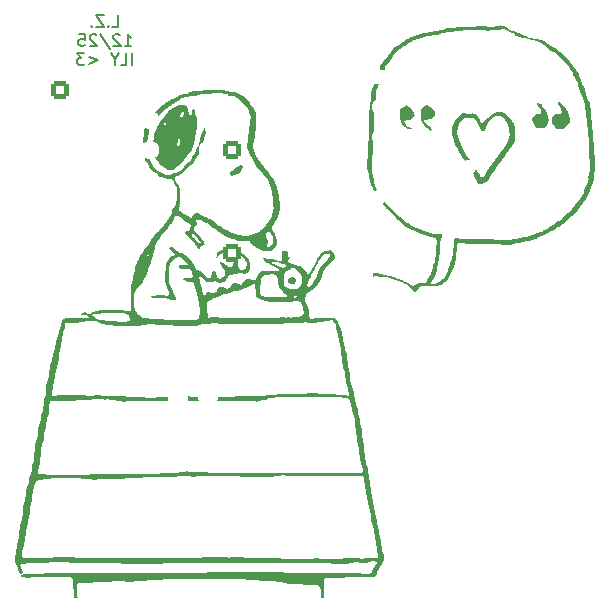
<source format=gbo>
%TF.GenerationSoftware,KiCad,Pcbnew,9.0.6*%
%TF.CreationDate,2025-12-23T16:05:41-08:00*%
%TF.ProjectId,LED Chaser,4c454420-4368-4617-9365-722e6b696361,rev?*%
%TF.SameCoordinates,Original*%
%TF.FileFunction,Legend,Bot*%
%TF.FilePolarity,Positive*%
%FSLAX46Y46*%
G04 Gerber Fmt 4.6, Leading zero omitted, Abs format (unit mm)*
G04 Created by KiCad (PCBNEW 9.0.6) date 2025-12-23 16:05:41*
%MOMM*%
%LPD*%
G01*
G04 APERTURE LIST*
G04 Aperture macros list*
%AMRoundRect*
0 Rectangle with rounded corners*
0 $1 Rounding radius*
0 $2 $3 $4 $5 $6 $7 $8 $9 X,Y pos of 4 corners*
0 Add a 4 corners polygon primitive as box body*
4,1,4,$2,$3,$4,$5,$6,$7,$8,$9,$2,$3,0*
0 Add four circle primitives for the rounded corners*
1,1,$1+$1,$2,$3*
1,1,$1+$1,$4,$5*
1,1,$1+$1,$6,$7*
1,1,$1+$1,$8,$9*
0 Add four rect primitives between the rounded corners*
20,1,$1+$1,$2,$3,$4,$5,0*
20,1,$1+$1,$4,$5,$6,$7,0*
20,1,$1+$1,$6,$7,$8,$9,0*
20,1,$1+$1,$8,$9,$2,$3,0*%
G04 Aperture macros list end*
%ADD10C,0.150000*%
%ADD11C,0.000000*%
%ADD12R,1.800000X1.800000*%
%ADD13C,1.800000*%
%ADD14RoundRect,0.250000X0.550000X0.550000X-0.550000X0.550000X-0.550000X-0.550000X0.550000X-0.550000X0*%
%ADD15C,1.600000*%
%ADD16RoundRect,0.250000X-0.550000X-0.550000X0.550000X-0.550000X0.550000X0.550000X-0.550000X0.550000X0*%
%ADD17R,1.295400X1.295400*%
%ADD18C,1.295400*%
%ADD19C,1.440000*%
%ADD20R,1.700000X1.700000*%
%ADD21C,1.700000*%
G04 APERTURE END LIST*
D10*
X133647856Y-46844875D02*
X134124046Y-46844875D01*
X134124046Y-46844875D02*
X134124046Y-45844875D01*
X133314522Y-46749636D02*
X133266903Y-46797256D01*
X133266903Y-46797256D02*
X133314522Y-46844875D01*
X133314522Y-46844875D02*
X133362141Y-46797256D01*
X133362141Y-46797256D02*
X133314522Y-46749636D01*
X133314522Y-46749636D02*
X133314522Y-46844875D01*
X132933570Y-45844875D02*
X132266904Y-45844875D01*
X132266904Y-45844875D02*
X132933570Y-46844875D01*
X132933570Y-46844875D02*
X132266904Y-46844875D01*
X131885951Y-46749636D02*
X131838332Y-46797256D01*
X131838332Y-46797256D02*
X131885951Y-46844875D01*
X131885951Y-46844875D02*
X131933570Y-46797256D01*
X131933570Y-46797256D02*
X131885951Y-46749636D01*
X131885951Y-46749636D02*
X131885951Y-46844875D01*
X134671666Y-48454819D02*
X135243094Y-48454819D01*
X134957380Y-48454819D02*
X134957380Y-47454819D01*
X134957380Y-47454819D02*
X135052618Y-47597676D01*
X135052618Y-47597676D02*
X135147856Y-47692914D01*
X135147856Y-47692914D02*
X135243094Y-47740533D01*
X134290713Y-47550057D02*
X134243094Y-47502438D01*
X134243094Y-47502438D02*
X134147856Y-47454819D01*
X134147856Y-47454819D02*
X133909761Y-47454819D01*
X133909761Y-47454819D02*
X133814523Y-47502438D01*
X133814523Y-47502438D02*
X133766904Y-47550057D01*
X133766904Y-47550057D02*
X133719285Y-47645295D01*
X133719285Y-47645295D02*
X133719285Y-47740533D01*
X133719285Y-47740533D02*
X133766904Y-47883390D01*
X133766904Y-47883390D02*
X134338332Y-48454819D01*
X134338332Y-48454819D02*
X133719285Y-48454819D01*
X132576428Y-47407200D02*
X133433570Y-48692914D01*
X132290713Y-47550057D02*
X132243094Y-47502438D01*
X132243094Y-47502438D02*
X132147856Y-47454819D01*
X132147856Y-47454819D02*
X131909761Y-47454819D01*
X131909761Y-47454819D02*
X131814523Y-47502438D01*
X131814523Y-47502438D02*
X131766904Y-47550057D01*
X131766904Y-47550057D02*
X131719285Y-47645295D01*
X131719285Y-47645295D02*
X131719285Y-47740533D01*
X131719285Y-47740533D02*
X131766904Y-47883390D01*
X131766904Y-47883390D02*
X132338332Y-48454819D01*
X132338332Y-48454819D02*
X131719285Y-48454819D01*
X130814523Y-47454819D02*
X131290713Y-47454819D01*
X131290713Y-47454819D02*
X131338332Y-47931009D01*
X131338332Y-47931009D02*
X131290713Y-47883390D01*
X131290713Y-47883390D02*
X131195475Y-47835771D01*
X131195475Y-47835771D02*
X130957380Y-47835771D01*
X130957380Y-47835771D02*
X130862142Y-47883390D01*
X130862142Y-47883390D02*
X130814523Y-47931009D01*
X130814523Y-47931009D02*
X130766904Y-48026247D01*
X130766904Y-48026247D02*
X130766904Y-48264342D01*
X130766904Y-48264342D02*
X130814523Y-48359580D01*
X130814523Y-48359580D02*
X130862142Y-48407200D01*
X130862142Y-48407200D02*
X130957380Y-48454819D01*
X130957380Y-48454819D02*
X131195475Y-48454819D01*
X131195475Y-48454819D02*
X131290713Y-48407200D01*
X131290713Y-48407200D02*
X131338332Y-48359580D01*
X135314523Y-50064763D02*
X135314523Y-49064763D01*
X134362143Y-50064763D02*
X134838333Y-50064763D01*
X134838333Y-50064763D02*
X134838333Y-49064763D01*
X133838333Y-49588572D02*
X133838333Y-50064763D01*
X134171666Y-49064763D02*
X133838333Y-49588572D01*
X133838333Y-49588572D02*
X133505000Y-49064763D01*
X131647857Y-49398096D02*
X132409761Y-49683810D01*
X132409761Y-49683810D02*
X131647857Y-49969524D01*
X131266904Y-49064763D02*
X130647857Y-49064763D01*
X130647857Y-49064763D02*
X130981190Y-49445715D01*
X130981190Y-49445715D02*
X130838333Y-49445715D01*
X130838333Y-49445715D02*
X130743095Y-49493334D01*
X130743095Y-49493334D02*
X130695476Y-49540953D01*
X130695476Y-49540953D02*
X130647857Y-49636191D01*
X130647857Y-49636191D02*
X130647857Y-49874286D01*
X130647857Y-49874286D02*
X130695476Y-49969524D01*
X130695476Y-49969524D02*
X130743095Y-50017144D01*
X130743095Y-50017144D02*
X130838333Y-50064763D01*
X130838333Y-50064763D02*
X131124047Y-50064763D01*
X131124047Y-50064763D02*
X131219285Y-50017144D01*
X131219285Y-50017144D02*
X131266904Y-49969524D01*
D11*
%TO.C,G\u002A\u002A\u002A*%
G36*
X149020395Y-68058318D02*
G01*
X149120579Y-68115961D01*
X149226924Y-68247922D01*
X149231702Y-68394129D01*
X149129128Y-68529515D01*
X149000322Y-68605357D01*
X148798436Y-68630233D01*
X148605577Y-68537491D01*
X148536253Y-68471551D01*
X148508457Y-68382912D01*
X148544617Y-68243187D01*
X148550111Y-68228063D01*
X148656287Y-68064488D01*
X148812317Y-68008191D01*
X149020395Y-68058318D01*
G37*
G36*
X144613248Y-58548915D02*
G01*
X144668943Y-58641580D01*
X144661784Y-58704124D01*
X144598952Y-58855614D01*
X144494942Y-59026944D01*
X144376187Y-59176935D01*
X144269123Y-59264409D01*
X144198393Y-59298784D01*
X144061413Y-59370554D01*
X143955852Y-59416481D01*
X143774572Y-59428180D01*
X143639585Y-59338893D01*
X143573611Y-59227741D01*
X143582942Y-59122905D01*
X143702152Y-59039577D01*
X143764859Y-59004803D01*
X143919287Y-58896259D01*
X144083670Y-58759911D01*
X144137130Y-58714077D01*
X144326185Y-58589441D01*
X144491943Y-58532961D01*
X144613248Y-58548915D01*
G37*
G36*
X169806360Y-53297809D02*
G01*
X169871842Y-53351275D01*
X169961613Y-53389477D01*
X169990743Y-53399376D01*
X170025198Y-53477993D01*
X170050363Y-53548049D01*
X170143889Y-53640633D01*
X170217264Y-53701879D01*
X170262581Y-53786360D01*
X170273829Y-53834596D01*
X170328460Y-53969374D01*
X170413186Y-54141212D01*
X170533030Y-54435929D01*
X170579261Y-54736701D01*
X170542750Y-55002255D01*
X170426348Y-55213447D01*
X170232908Y-55351131D01*
X170198939Y-55363006D01*
X170003984Y-55395921D01*
X169773834Y-55399601D01*
X169573518Y-55371987D01*
X169550545Y-55363797D01*
X169426435Y-55261424D01*
X169311602Y-55087442D01*
X169227193Y-54880491D01*
X169194357Y-54679212D01*
X169204186Y-54564845D01*
X169265140Y-54438428D01*
X169406153Y-54310243D01*
X169597982Y-54196712D01*
X169766906Y-54177173D01*
X169867262Y-54180521D01*
X169947615Y-54122898D01*
X169954500Y-54046133D01*
X169910474Y-53880455D01*
X169815469Y-53691591D01*
X169686555Y-53519025D01*
X169673395Y-53504455D01*
X169590506Y-53388699D01*
X169567464Y-53308706D01*
X169595493Y-53259843D01*
X169690044Y-53230646D01*
X169806360Y-53297809D01*
G37*
G36*
X171518533Y-53220411D02*
G01*
X171568188Y-53261260D01*
X171607629Y-53312968D01*
X171716553Y-53378679D01*
X171816185Y-53447608D01*
X171864917Y-53536569D01*
X171872047Y-53578733D01*
X171926126Y-53626860D01*
X171964991Y-53643187D01*
X172025645Y-53730715D01*
X172041303Y-53767189D01*
X172113556Y-53905318D01*
X172211203Y-54070802D01*
X172337194Y-54307457D01*
X172423259Y-54617894D01*
X172396255Y-54893805D01*
X172255877Y-55137047D01*
X172001822Y-55349480D01*
X171948817Y-55382607D01*
X171778672Y-55472596D01*
X171638638Y-55504507D01*
X171479170Y-55491834D01*
X171468437Y-55490072D01*
X171296777Y-55457512D01*
X171190351Y-55412136D01*
X171106359Y-55324720D01*
X171001999Y-55166042D01*
X170979572Y-55129377D01*
X170874937Y-54879233D01*
X170878402Y-54649861D01*
X170989567Y-54417270D01*
X171066433Y-54312981D01*
X171155308Y-54239694D01*
X171278894Y-54206884D01*
X171479170Y-54195541D01*
X171522993Y-54192301D01*
X171637296Y-54143175D01*
X171673808Y-54029102D01*
X171633033Y-53841419D01*
X171515474Y-53571462D01*
X171491901Y-53523809D01*
X171411034Y-53352620D01*
X171380198Y-53258841D01*
X171395368Y-53219454D01*
X171452518Y-53211440D01*
X171518533Y-53220411D01*
G37*
G36*
X158759910Y-53586835D02*
G01*
X158819925Y-53623423D01*
X158938911Y-53714263D01*
X158986423Y-53780863D01*
X159015813Y-53849910D01*
X159104172Y-53951996D01*
X159174315Y-54037495D01*
X159188082Y-54112158D01*
X159179645Y-54146648D01*
X159216124Y-54240184D01*
X159233668Y-54283533D01*
X159198066Y-54382786D01*
X159075894Y-54534313D01*
X159045901Y-54566623D01*
X158912357Y-54687773D01*
X158783126Y-54741969D01*
X158604158Y-54754430D01*
X158553467Y-54755193D01*
X158394944Y-54779061D01*
X158337770Y-54843986D01*
X158379642Y-54960245D01*
X158518261Y-55138113D01*
X158533357Y-55154957D01*
X158698618Y-55296602D01*
X158844663Y-55347888D01*
X158936204Y-55364999D01*
X158986880Y-55441622D01*
X158981752Y-55478460D01*
X158928660Y-55511226D01*
X158794006Y-55493751D01*
X158781287Y-55490904D01*
X158647395Y-55447005D01*
X158581350Y-55400017D01*
X158571051Y-55383202D01*
X158488598Y-55347888D01*
X158468080Y-55343400D01*
X158367850Y-55281081D01*
X158244060Y-55168810D01*
X158141749Y-55036534D01*
X158063141Y-54852422D01*
X158005419Y-54590189D01*
X157998341Y-54546422D01*
X157968868Y-54197853D01*
X158006602Y-53932610D01*
X158116345Y-53734504D01*
X158302901Y-53587342D01*
X158533855Y-53457791D01*
X158759910Y-53586835D01*
G37*
G36*
X160414797Y-53542201D02*
G01*
X160464677Y-53584356D01*
X160596483Y-53626860D01*
X160658796Y-53639552D01*
X160708933Y-53701043D01*
X160708955Y-53701916D01*
X160750592Y-53792502D01*
X160847491Y-53905543D01*
X160917423Y-53989658D01*
X160972023Y-54165337D01*
X160930597Y-54341785D01*
X160805506Y-54499577D01*
X160609110Y-54619287D01*
X160353770Y-54681488D01*
X160244813Y-54694032D01*
X160108410Y-54717990D01*
X160055104Y-54740140D01*
X160067778Y-54779436D01*
X160127313Y-54888055D01*
X160211142Y-55017322D01*
X160291803Y-55125853D01*
X160341837Y-55172263D01*
X160362971Y-55180996D01*
X160457230Y-55245726D01*
X160589216Y-55352333D01*
X160598351Y-55360169D01*
X160715354Y-55471070D01*
X160747883Y-55538612D01*
X160707908Y-55586396D01*
X160678577Y-55604011D01*
X160569008Y-55641173D01*
X160529871Y-55593158D01*
X160519191Y-55570589D01*
X160437225Y-55490571D01*
X160300893Y-55390168D01*
X160226518Y-55333501D01*
X160053096Y-55158636D01*
X159910860Y-54963817D01*
X159856286Y-54864806D01*
X159789312Y-54697443D01*
X159756011Y-54508136D01*
X159745243Y-54248786D01*
X159744900Y-54210665D01*
X159747972Y-53991557D01*
X159766626Y-53853693D01*
X159808956Y-53764284D01*
X159883057Y-53690541D01*
X159943410Y-53643416D01*
X160139185Y-53530565D01*
X160304075Y-53494661D01*
X160414797Y-53542201D01*
G37*
G36*
X140250590Y-54283611D02*
G01*
X140367137Y-54337122D01*
X140383194Y-54317715D01*
X140403648Y-54211138D01*
X140411646Y-54042281D01*
X140414847Y-53935454D01*
X140432036Y-53798944D01*
X140459123Y-53745552D01*
X140528512Y-53771090D01*
X140613271Y-53875777D01*
X140649029Y-54017230D01*
X140649248Y-54027072D01*
X140675840Y-54175723D01*
X140733310Y-54348188D01*
X140775829Y-54497295D01*
X140811596Y-54724419D01*
X140829445Y-54943052D01*
X140831825Y-54972210D01*
X140832961Y-55195192D01*
X140811450Y-55347888D01*
X140809399Y-55354599D01*
X140785635Y-55466335D01*
X140753539Y-55654401D01*
X140719452Y-55882000D01*
X140675766Y-56183396D01*
X140637376Y-56415041D01*
X140635340Y-56427326D01*
X140595623Y-56615028D01*
X140549739Y-56778621D01*
X140490814Y-56950225D01*
X140474439Y-56992003D01*
X140351742Y-57228471D01*
X140169651Y-57507294D01*
X139945608Y-57808025D01*
X139697056Y-58110217D01*
X139441437Y-58393422D01*
X139196193Y-58637191D01*
X138978766Y-58821079D01*
X138806599Y-58924636D01*
X138650188Y-58962731D01*
X138375263Y-58941029D01*
X138090323Y-58825873D01*
X137813808Y-58628624D01*
X137564156Y-58360641D01*
X137359807Y-58033286D01*
X137293922Y-57893673D01*
X137244111Y-57769537D01*
X137237735Y-57721720D01*
X137241278Y-57687405D01*
X137199341Y-57588768D01*
X137150331Y-57452717D01*
X137107509Y-57196969D01*
X137089228Y-56884311D01*
X137091491Y-56768453D01*
X139141494Y-56768453D01*
X139145508Y-56903203D01*
X139188273Y-56945457D01*
X139271256Y-56876043D01*
X139284944Y-56855805D01*
X139330129Y-56737595D01*
X139365236Y-56577652D01*
X139384992Y-56415041D01*
X139384124Y-56288828D01*
X139357360Y-56238075D01*
X139297177Y-56283231D01*
X139228834Y-56411210D01*
X139171912Y-56585304D01*
X139141494Y-56768453D01*
X137091491Y-56768453D01*
X137095788Y-56548390D01*
X137127490Y-56222853D01*
X137184634Y-55941346D01*
X137209451Y-55834197D01*
X137216708Y-55748472D01*
X137216193Y-55737129D01*
X137266319Y-55703963D01*
X137294364Y-55693037D01*
X137325665Y-55612513D01*
X137337297Y-55543482D01*
X137407494Y-55365511D01*
X137526973Y-55139315D01*
X137557401Y-55090030D01*
X137978469Y-55090030D01*
X137999742Y-55141084D01*
X138083446Y-55169729D01*
X138176288Y-55130287D01*
X138201438Y-55071242D01*
X138215852Y-54943052D01*
X138212600Y-54854102D01*
X138183086Y-54832728D01*
X138097160Y-54902795D01*
X138019146Y-54993187D01*
X137978469Y-55090030D01*
X137557401Y-55090030D01*
X137679223Y-54892709D01*
X137847731Y-54653510D01*
X138015988Y-54449534D01*
X138033061Y-54430863D01*
X138077191Y-54380552D01*
X139402768Y-54380552D01*
X139421430Y-54515122D01*
X139474908Y-54569050D01*
X139546553Y-54533227D01*
X139619502Y-54416946D01*
X139676890Y-54229499D01*
X139684936Y-54184898D01*
X139684547Y-54073987D01*
X139629765Y-54042281D01*
X139535694Y-54065809D01*
X139437891Y-54182100D01*
X139402768Y-54380552D01*
X138077191Y-54380552D01*
X138190254Y-54251654D01*
X138318097Y-54093809D01*
X138390320Y-53989604D01*
X138449439Y-53911232D01*
X138535144Y-53864243D01*
X138612969Y-53834755D01*
X138720291Y-53745552D01*
X138809234Y-53667293D01*
X138900260Y-53626860D01*
X138947133Y-53614964D01*
X139042966Y-53542332D01*
X139086090Y-53509888D01*
X139238549Y-53472451D01*
X139494691Y-53463591D01*
X139585407Y-53465126D01*
X139756978Y-53474782D01*
X139858858Y-53505770D01*
X139926558Y-53574733D01*
X139995591Y-53698311D01*
X140021021Y-53749981D01*
X140088039Y-53921928D01*
X140114917Y-54052402D01*
X140151309Y-54167174D01*
X140166422Y-54184898D01*
X140250590Y-54283611D01*
G37*
G36*
X167731656Y-56046719D02*
G01*
X167718829Y-56285210D01*
X167695066Y-56469880D01*
X167633952Y-56648824D01*
X167543256Y-56796281D01*
X167457646Y-56904614D01*
X167333574Y-57078084D01*
X167200370Y-57276179D01*
X167071800Y-57468690D01*
X166956521Y-57632603D01*
X166879871Y-57731856D01*
X166766244Y-57862827D01*
X166671558Y-57986091D01*
X166642487Y-58052218D01*
X166615168Y-58102853D01*
X166529250Y-58220481D01*
X166405104Y-58374524D01*
X166296312Y-58511845D01*
X166203434Y-58646665D01*
X166167721Y-58723998D01*
X166164929Y-58743949D01*
X166108375Y-58789944D01*
X166082247Y-58798723D01*
X166049029Y-58875354D01*
X166024140Y-58942070D01*
X165938035Y-59075806D01*
X165811646Y-59235038D01*
X165705370Y-59365410D01*
X165610724Y-59500577D01*
X165574263Y-59580492D01*
X165574165Y-59583916D01*
X165526936Y-59687526D01*
X165418161Y-59817214D01*
X165284021Y-59935760D01*
X165160694Y-60005946D01*
X165089186Y-60039504D01*
X165040151Y-60099551D01*
X165039503Y-60106693D01*
X164982290Y-60148624D01*
X164863297Y-60151334D01*
X164726173Y-60119221D01*
X164614567Y-60056681D01*
X164547446Y-59974056D01*
X164506039Y-59856974D01*
X164471363Y-59741376D01*
X164387347Y-59604592D01*
X164384407Y-59600835D01*
X164302555Y-59477902D01*
X164268656Y-59391133D01*
X164251384Y-59347237D01*
X164177973Y-59219916D01*
X164060214Y-59036299D01*
X163912581Y-58819617D01*
X163801010Y-58658785D01*
X163674672Y-58472637D01*
X163588422Y-58340484D01*
X163556506Y-58283764D01*
X163536976Y-58246774D01*
X163462207Y-58137644D01*
X163350618Y-57987131D01*
X163277209Y-57885922D01*
X163134156Y-57665209D01*
X163024479Y-57467342D01*
X162989403Y-57396186D01*
X162870280Y-57168121D01*
X162748968Y-56950225D01*
X162676565Y-56807724D01*
X162563344Y-56518853D01*
X162465763Y-56196739D01*
X162397094Y-55887444D01*
X162381178Y-55736971D01*
X162851050Y-55736971D01*
X162861775Y-55927894D01*
X162881583Y-56081348D01*
X162905633Y-56150250D01*
X162913506Y-56157839D01*
X162953694Y-56249018D01*
X162991260Y-56399524D01*
X162994935Y-56417552D01*
X163043249Y-56582358D01*
X163120519Y-56788646D01*
X163213038Y-57005741D01*
X163307101Y-57202966D01*
X163389000Y-57349644D01*
X163445029Y-57415100D01*
X163460758Y-57424370D01*
X163497160Y-57505434D01*
X163505390Y-57536582D01*
X163569073Y-57649240D01*
X163675123Y-57791885D01*
X163805090Y-57960777D01*
X163974174Y-58198132D01*
X164160200Y-58471641D01*
X164345845Y-58754854D01*
X164513786Y-59021324D01*
X164646699Y-59244602D01*
X164727261Y-59398239D01*
X164751349Y-59450443D01*
X164816658Y-59569609D01*
X164858698Y-59613901D01*
X164947819Y-59592192D01*
X165072409Y-59531490D01*
X165132546Y-59432109D01*
X165158890Y-59374608D01*
X165244334Y-59225589D01*
X165370498Y-59024419D01*
X165520933Y-58797957D01*
X165624656Y-58645864D01*
X165768274Y-58434849D01*
X165881093Y-58268582D01*
X165945025Y-58173687D01*
X166000349Y-58098325D01*
X166116128Y-57965977D01*
X166152701Y-57926357D01*
X166262303Y-57791223D01*
X166383184Y-57627173D01*
X166481150Y-57490010D01*
X166639909Y-57273020D01*
X166798808Y-57060399D01*
X166954536Y-56838801D01*
X167136000Y-56523175D01*
X167253508Y-56237870D01*
X167295291Y-56007828D01*
X167291846Y-55919692D01*
X167261711Y-55681596D01*
X167208009Y-55419126D01*
X167139852Y-55167876D01*
X167066355Y-54963434D01*
X166996629Y-54841391D01*
X166916962Y-54741203D01*
X166879871Y-54660246D01*
X166877704Y-54649107D01*
X166807954Y-54578096D01*
X166665410Y-54495843D01*
X166484707Y-54419842D01*
X166300482Y-54367591D01*
X166226699Y-54356813D01*
X166114838Y-54369062D01*
X165992542Y-54433983D01*
X165822864Y-54567001D01*
X165814717Y-54573885D01*
X165571179Y-54837215D01*
X165355578Y-55175083D01*
X165195352Y-55544737D01*
X165136689Y-55619557D01*
X164997868Y-55633755D01*
X164937307Y-55622346D01*
X164840726Y-55556522D01*
X164778632Y-55407234D01*
X164770972Y-55380351D01*
X164724303Y-55241864D01*
X164687724Y-55169851D01*
X164678439Y-55158685D01*
X164624533Y-55065953D01*
X164552894Y-54920536D01*
X164434101Y-54720007D01*
X164275645Y-54588601D01*
X164059502Y-54530114D01*
X163760237Y-54532081D01*
X163619543Y-54545509D01*
X163445070Y-54578296D01*
X163326598Y-54635795D01*
X163224287Y-54732938D01*
X163179685Y-54784864D01*
X162979906Y-55078604D01*
X162875358Y-55382531D01*
X162851050Y-55736971D01*
X162381178Y-55736971D01*
X162370607Y-55637028D01*
X162372225Y-55580812D01*
X162405781Y-55378429D01*
X162488620Y-55127170D01*
X162628541Y-54801778D01*
X162691644Y-54703898D01*
X162825891Y-54547531D01*
X162990840Y-54387613D01*
X163279174Y-54133812D01*
X163798481Y-54132556D01*
X163805016Y-54132542D01*
X164107427Y-54142439D01*
X164322497Y-54184886D01*
X164480097Y-54277242D01*
X164610096Y-54436867D01*
X164742362Y-54681119D01*
X164795819Y-54789035D01*
X164864036Y-54922813D01*
X164898253Y-54984310D01*
X164916074Y-54976943D01*
X165002158Y-54907447D01*
X165141630Y-54780565D01*
X165315266Y-54613399D01*
X165413440Y-54518798D01*
X165583481Y-54365462D01*
X165715766Y-54259725D01*
X165787781Y-54220318D01*
X165789856Y-54220282D01*
X165891855Y-54190797D01*
X166031223Y-54122838D01*
X166158483Y-54068644D01*
X166319714Y-54050645D01*
X166550960Y-54069073D01*
X166622316Y-54078480D01*
X166787925Y-54111344D01*
X166916791Y-54168670D01*
X167047324Y-54271981D01*
X167217937Y-54442802D01*
X167237861Y-54463763D01*
X167394076Y-54644379D01*
X167513518Y-54809897D01*
X167571707Y-54926824D01*
X167609312Y-55042521D01*
X167671623Y-55160807D01*
X167684967Y-55189093D01*
X167710203Y-55325593D01*
X167726775Y-55535183D01*
X167734115Y-55786134D01*
X167732023Y-56007828D01*
X167731656Y-56046719D01*
G37*
G36*
X174540639Y-58595529D02*
G01*
X174517795Y-58730599D01*
X174516512Y-58735917D01*
X174494290Y-58873951D01*
X174471499Y-59084446D01*
X174452879Y-59324057D01*
X174412515Y-59716802D01*
X174332326Y-60071957D01*
X174207483Y-60374437D01*
X174207118Y-60375137D01*
X174146027Y-60508183D01*
X174120423Y-60595301D01*
X174119775Y-60603622D01*
X174085301Y-60710530D01*
X174010944Y-60878178D01*
X173914199Y-61072672D01*
X173812563Y-61260118D01*
X173723533Y-61406622D01*
X173664606Y-61478291D01*
X173631283Y-61506549D01*
X173585945Y-61611819D01*
X173580105Y-61649980D01*
X173529963Y-61697888D01*
X173503288Y-61711717D01*
X173423279Y-61800684D01*
X173326723Y-61944830D01*
X173317079Y-61960369D01*
X173204229Y-62111107D01*
X173028493Y-62316882D01*
X172809916Y-62556979D01*
X172568543Y-62810685D01*
X172324418Y-63057287D01*
X172097586Y-63276070D01*
X171908093Y-63446321D01*
X171775982Y-63547326D01*
X171604019Y-63647091D01*
X171419824Y-63744756D01*
X171365208Y-63773718D01*
X171187123Y-63881984D01*
X171004403Y-64007400D01*
X170794284Y-64156308D01*
X170394035Y-64400325D01*
X170054871Y-64546861D01*
X169946438Y-64583478D01*
X169719453Y-64667114D01*
X169491086Y-64757803D01*
X169480737Y-64762083D01*
X169214097Y-64862011D01*
X168942612Y-64947134D01*
X168695033Y-65010104D01*
X168500107Y-65043569D01*
X168386585Y-65040180D01*
X168334786Y-65033037D01*
X168222170Y-65074773D01*
X168147215Y-65110416D01*
X168005026Y-65120717D01*
X168001378Y-65120203D01*
X167852077Y-65134309D01*
X167685686Y-65194086D01*
X167544460Y-65244075D01*
X167318055Y-65274296D01*
X166998562Y-65279243D01*
X166924000Y-65277895D01*
X166184844Y-65263529D01*
X165510666Y-65248593D01*
X164909136Y-65233333D01*
X164387929Y-65217989D01*
X163954717Y-65202807D01*
X163617172Y-65188029D01*
X163382968Y-65173898D01*
X163259777Y-65160659D01*
X163116041Y-65138565D01*
X162934811Y-65144845D01*
X162837468Y-65210701D01*
X162834228Y-65217543D01*
X162814771Y-65318594D01*
X162797340Y-65498721D01*
X162785375Y-65724045D01*
X162784247Y-65756951D01*
X162772529Y-66070724D01*
X162759792Y-66298517D01*
X162741879Y-66470336D01*
X162714634Y-66616184D01*
X162673898Y-66766068D01*
X162615515Y-66949991D01*
X162476932Y-67341072D01*
X162267122Y-67808143D01*
X162037036Y-68176298D01*
X161779079Y-68457043D01*
X161485658Y-68661887D01*
X161387137Y-68713236D01*
X161210071Y-68783415D01*
X161026958Y-68812721D01*
X160782081Y-68813131D01*
X160453672Y-68802698D01*
X160152448Y-68796818D01*
X159937002Y-68800032D01*
X159789428Y-68814255D01*
X159691821Y-68841399D01*
X159626278Y-68883378D01*
X159574892Y-68942103D01*
X159481538Y-69062864D01*
X159375687Y-69190295D01*
X159368140Y-69198707D01*
X159262899Y-69281747D01*
X159170351Y-69262495D01*
X159063833Y-69136338D01*
X158965263Y-69009258D01*
X158833553Y-68863525D01*
X158697145Y-68728040D01*
X158583091Y-68629647D01*
X158518447Y-68595191D01*
X158516287Y-68595481D01*
X158436923Y-68576320D01*
X158304403Y-68524671D01*
X158126449Y-68447043D01*
X157929334Y-68363330D01*
X157802415Y-68314214D01*
X157722741Y-68291070D01*
X157667358Y-68285272D01*
X157632333Y-68282260D01*
X157541691Y-68244600D01*
X157538750Y-68241744D01*
X157404050Y-68167340D01*
X157177641Y-68099665D01*
X156885525Y-68044913D01*
X156553702Y-68009277D01*
X156471174Y-68002787D01*
X156241918Y-67976969D01*
X156065618Y-67945797D01*
X155975081Y-67914639D01*
X155921753Y-67888951D01*
X155811880Y-67929197D01*
X155804023Y-67935715D01*
X155739095Y-67981053D01*
X155710492Y-67951439D01*
X155693717Y-67825342D01*
X155692653Y-67760279D01*
X155726252Y-67714675D01*
X155823888Y-67695771D01*
X156012857Y-67692179D01*
X156143552Y-67698226D01*
X156358747Y-67730486D01*
X156515977Y-67781198D01*
X156664389Y-67843253D01*
X156788298Y-67869851D01*
X156839489Y-67876167D01*
X156996362Y-67911733D01*
X157212135Y-67969924D01*
X157453198Y-68040723D01*
X157685942Y-68114113D01*
X157876757Y-68180078D01*
X157992033Y-68228600D01*
X158057401Y-68257564D01*
X158184906Y-68285272D01*
X158226514Y-68291329D01*
X158274730Y-68338184D01*
X158319994Y-68385681D01*
X158437931Y-68430815D01*
X158475172Y-68441728D01*
X158644440Y-68514229D01*
X158822407Y-68615286D01*
X158959169Y-68697713D01*
X159115135Y-68749830D01*
X159262226Y-68721615D01*
X159447109Y-68612889D01*
X159556973Y-68545238D01*
X159713956Y-68493453D01*
X159896961Y-68503046D01*
X160038756Y-68517560D01*
X160148806Y-68489978D01*
X160241089Y-68397976D01*
X160320609Y-68281164D01*
X160457282Y-68032231D01*
X160590627Y-67743061D01*
X160700253Y-67459199D01*
X160765767Y-67226188D01*
X160821646Y-66972125D01*
X160880699Y-66799465D01*
X160936804Y-66742281D01*
X160961972Y-66713148D01*
X160981583Y-66608753D01*
X160982405Y-66593721D01*
X160992032Y-66454235D01*
X161008306Y-66243338D01*
X161028205Y-66000458D01*
X161028867Y-65992600D01*
X161052557Y-65710666D01*
X161076372Y-65426075D01*
X161095252Y-65199290D01*
X161101383Y-65067571D01*
X161093379Y-64891278D01*
X161067155Y-64786334D01*
X161022563Y-64748161D01*
X160883570Y-64683671D01*
X160696759Y-64628574D01*
X160625053Y-64612264D01*
X160315708Y-64537364D01*
X160075181Y-64467918D01*
X159863249Y-64391215D01*
X159639684Y-64294542D01*
X159501019Y-64233275D01*
X159267583Y-64137026D01*
X159075899Y-64065644D01*
X159042629Y-64053855D01*
X158843912Y-63964907D01*
X158679704Y-63865574D01*
X158539783Y-63759424D01*
X158210925Y-63507613D01*
X157968068Y-63317312D01*
X157803789Y-63182498D01*
X157710664Y-63097145D01*
X157681272Y-63055229D01*
X157679757Y-63048706D01*
X157626257Y-62972629D01*
X157513178Y-62843965D01*
X157363723Y-62686147D01*
X157201093Y-62522608D01*
X157048490Y-62376782D01*
X156929116Y-62272101D01*
X156866174Y-62232000D01*
X156861507Y-62230919D01*
X156798194Y-62172614D01*
X156693033Y-62044495D01*
X156564828Y-61873142D01*
X156432382Y-61685134D01*
X156314498Y-61507049D01*
X156229979Y-61365467D01*
X156197628Y-61286967D01*
X156195463Y-61269021D01*
X156144144Y-61223122D01*
X156124927Y-61214993D01*
X156049194Y-61136143D01*
X155956053Y-61000575D01*
X155896673Y-60900141D01*
X155784926Y-60701567D01*
X155677935Y-60501613D01*
X155589172Y-60326421D01*
X155532111Y-60202136D01*
X155520225Y-60154898D01*
X155523399Y-60148917D01*
X155506986Y-60071203D01*
X155459631Y-59932351D01*
X155417785Y-59790042D01*
X155370203Y-59556310D01*
X155336763Y-59309845D01*
X155309991Y-59104841D01*
X155276380Y-58948268D01*
X155243438Y-58876085D01*
X155215208Y-58811125D01*
X155196367Y-58660540D01*
X155190692Y-58480403D01*
X155588857Y-58480403D01*
X155593083Y-58735423D01*
X155606123Y-58963388D01*
X155628163Y-59137276D01*
X155659388Y-59230065D01*
X155664419Y-59237267D01*
X155703405Y-59344179D01*
X155746049Y-59528484D01*
X155783985Y-59754935D01*
X155817828Y-59946700D01*
X155896127Y-60237432D01*
X155990659Y-60461902D01*
X156026209Y-60525413D01*
X156148334Y-60745069D01*
X156256398Y-60941229D01*
X156288833Y-60997911D01*
X156369089Y-61116536D01*
X156421730Y-61163776D01*
X156427965Y-61165338D01*
X156482967Y-61228879D01*
X156550133Y-61356650D01*
X156621693Y-61474815D01*
X156765919Y-61659644D01*
X156963902Y-61886602D01*
X157200870Y-62141185D01*
X157462052Y-62408886D01*
X157732678Y-62675200D01*
X157997978Y-62925620D01*
X158243180Y-63145643D01*
X158453515Y-63320761D01*
X158614211Y-63436469D01*
X158710498Y-63478262D01*
X158750511Y-63482993D01*
X158818734Y-63526546D01*
X158881549Y-63586562D01*
X159026052Y-63676161D01*
X159219269Y-63777130D01*
X159429117Y-63873794D01*
X159623513Y-63950477D01*
X159770371Y-63991503D01*
X159800816Y-63997006D01*
X159960671Y-64045994D01*
X160061250Y-64108799D01*
X160142567Y-64161533D01*
X160286549Y-64190412D01*
X160409759Y-64208434D01*
X160563368Y-64273940D01*
X160661513Y-64322613D01*
X160828792Y-64355371D01*
X160939863Y-64357430D01*
X161123329Y-64371141D01*
X161236155Y-64373544D01*
X161398333Y-64347242D01*
X161440773Y-64338685D01*
X161534447Y-64376487D01*
X161577591Y-64484066D01*
X161563974Y-64630731D01*
X161487366Y-64785792D01*
X161469644Y-64811019D01*
X161425617Y-64895767D01*
X161395446Y-65008324D01*
X161376029Y-65171409D01*
X161364262Y-65407739D01*
X161357044Y-65740033D01*
X161355865Y-65806730D01*
X161347059Y-66097810D01*
X161333907Y-66341988D01*
X161317984Y-66515333D01*
X161300864Y-66593916D01*
X161291357Y-66609606D01*
X161246985Y-66740661D01*
X161201552Y-66953117D01*
X161161742Y-67217047D01*
X161125677Y-67406657D01*
X161015691Y-67744143D01*
X160862194Y-68067875D01*
X160687631Y-68325388D01*
X160622089Y-68432205D01*
X160616174Y-68518261D01*
X160631877Y-68535984D01*
X160747337Y-68575743D01*
X160921084Y-68575695D01*
X161112018Y-68538924D01*
X161279039Y-68468515D01*
X161336852Y-68428041D01*
X161477022Y-68305643D01*
X161629277Y-68151006D01*
X161768489Y-67991981D01*
X161869529Y-67856421D01*
X161907268Y-67772180D01*
X161909416Y-67751642D01*
X161955377Y-67660686D01*
X161979552Y-67619796D01*
X162037628Y-67484770D01*
X162101684Y-67304611D01*
X162136292Y-67200486D01*
X162201447Y-67015715D01*
X162250427Y-66890645D01*
X162270654Y-66837557D01*
X162320338Y-66672799D01*
X162369498Y-66475225D01*
X162388287Y-66391042D01*
X162442311Y-66149514D01*
X162489066Y-65941113D01*
X162492155Y-65926602D01*
X162518017Y-65739665D01*
X162536949Y-65489482D01*
X162545043Y-65225996D01*
X162551651Y-64978693D01*
X162577150Y-64783890D01*
X162629705Y-64679891D01*
X162717627Y-64651915D01*
X162849231Y-64685184D01*
X162854617Y-64687232D01*
X162973296Y-64741796D01*
X163022394Y-64782716D01*
X163052918Y-64792873D01*
X163173217Y-64800372D01*
X163354024Y-64800881D01*
X163562103Y-64794468D01*
X163764216Y-64781202D01*
X163765704Y-64781078D01*
X163869295Y-64779461D01*
X164070404Y-64781744D01*
X164348598Y-64787310D01*
X164683449Y-64795542D01*
X165054527Y-64805822D01*
X165441402Y-64817532D01*
X165823644Y-64830054D01*
X166180824Y-64842772D01*
X166492511Y-64855067D01*
X166738275Y-64866323D01*
X166897688Y-64875921D01*
X166921201Y-64877691D01*
X167158067Y-64887108D01*
X167338484Y-64879293D01*
X167431800Y-64855423D01*
X167509251Y-64823052D01*
X167651366Y-64812857D01*
X167759138Y-64810449D01*
X167864259Y-64776515D01*
X167874832Y-64770260D01*
X167983504Y-64736628D01*
X168169123Y-64698044D01*
X168398371Y-64661670D01*
X168440803Y-64655590D01*
X168679244Y-64612042D01*
X168878605Y-64561100D01*
X168999395Y-64512560D01*
X169109887Y-64460216D01*
X169267330Y-64427795D01*
X169296710Y-64425706D01*
X169451555Y-64385127D01*
X169625277Y-64309103D01*
X169675389Y-64283298D01*
X169827573Y-64216987D01*
X169928697Y-64190412D01*
X169983391Y-64176813D01*
X170084544Y-64101393D01*
X170137690Y-64054958D01*
X170257253Y-64012374D01*
X170291130Y-64005976D01*
X170415759Y-63943758D01*
X170561552Y-63836749D01*
X170622355Y-63786413D01*
X170744708Y-63695738D01*
X170815489Y-63658711D01*
X170827192Y-63656128D01*
X170919859Y-63609216D01*
X171052872Y-63522622D01*
X171136284Y-63464167D01*
X171387828Y-63298176D01*
X171602890Y-63176045D01*
X171720148Y-63080193D01*
X171828791Y-62939093D01*
X171837783Y-62924155D01*
X171918336Y-62812053D01*
X171975857Y-62766113D01*
X171983790Y-62764285D01*
X172063880Y-62709237D01*
X172195797Y-62594609D01*
X172356161Y-62443520D01*
X172521590Y-62279090D01*
X172668702Y-62124438D01*
X172774116Y-62002682D01*
X172814450Y-61936941D01*
X172845863Y-61871862D01*
X172939959Y-61745812D01*
X173074831Y-61591491D01*
X173248293Y-61389790D01*
X173425895Y-61139641D01*
X173543437Y-60917435D01*
X173585945Y-60747888D01*
X173606289Y-60657286D01*
X173672011Y-60490630D01*
X173767397Y-60296951D01*
X173849441Y-60129102D01*
X173907636Y-59972429D01*
X173918353Y-59882094D01*
X173910826Y-59845077D01*
X173944773Y-59767449D01*
X173969428Y-59733036D01*
X173943527Y-59623602D01*
X173918151Y-59517672D01*
X173969518Y-59345311D01*
X173976834Y-59330051D01*
X174018370Y-59212377D01*
X174046248Y-59058372D01*
X174061135Y-58851653D01*
X174063701Y-58575838D01*
X174054612Y-58214546D01*
X174034539Y-57751393D01*
X174032880Y-57717349D01*
X174016147Y-57369256D01*
X173999995Y-57025897D01*
X173986191Y-56725210D01*
X173976502Y-56505131D01*
X173964532Y-56286703D01*
X173944471Y-56026422D01*
X173922650Y-55822655D01*
X173907760Y-55700177D01*
X173882612Y-55464541D01*
X173854334Y-55176465D01*
X173826683Y-54873122D01*
X173804553Y-54630327D01*
X173777685Y-54359706D01*
X173753759Y-54143084D01*
X173736157Y-54012608D01*
X173722110Y-53930258D01*
X173688576Y-53728841D01*
X173652548Y-53508169D01*
X173636617Y-53415658D01*
X173572627Y-53131625D01*
X173480153Y-52840230D01*
X173348262Y-52510045D01*
X173166020Y-52109642D01*
X173142603Y-52056295D01*
X173077842Y-51856729D01*
X173051833Y-51686652D01*
X173027013Y-51540494D01*
X172962815Y-51431066D01*
X172916570Y-51377534D01*
X172873796Y-51253765D01*
X172839178Y-51136931D01*
X172755104Y-50999452D01*
X172751654Y-50995042D01*
X172670145Y-50874206D01*
X172636413Y-50791748D01*
X172618727Y-50743813D01*
X172545041Y-50613598D01*
X172429457Y-50431924D01*
X172288768Y-50224105D01*
X172139764Y-50015450D01*
X171999238Y-49831273D01*
X171962001Y-49785425D01*
X171726962Y-49522497D01*
X171478341Y-49281628D01*
X171243509Y-49087770D01*
X171049837Y-48965871D01*
X170815674Y-48841548D01*
X170532337Y-48649178D01*
X170217616Y-48387952D01*
X170000128Y-48216394D01*
X169769067Y-48079875D01*
X169580104Y-48018443D01*
X169358792Y-47988216D01*
X169133060Y-47947183D01*
X168957460Y-47904771D01*
X168865920Y-47868122D01*
X168802956Y-47839564D01*
X168649602Y-47796145D01*
X168450499Y-47754364D01*
X168128216Y-47696044D01*
X167901037Y-47652442D01*
X167759850Y-47620568D01*
X167689018Y-47596267D01*
X167672905Y-47575380D01*
X167695875Y-47553750D01*
X167750411Y-47504176D01*
X167760472Y-47429511D01*
X167680234Y-47395552D01*
X167621998Y-47388847D01*
X167487360Y-47345007D01*
X167438449Y-47320886D01*
X167290097Y-47247266D01*
X167110507Y-47157792D01*
X167079027Y-47142261D01*
X166931032Y-47079397D01*
X166791257Y-47048933D01*
X166617781Y-47045568D01*
X166368685Y-47064001D01*
X166325557Y-47067893D01*
X166090265Y-47087101D01*
X165896266Y-47099789D01*
X165781973Y-47103378D01*
X165681423Y-47115762D01*
X165528555Y-47169365D01*
X165409139Y-47209134D01*
X165323812Y-47168839D01*
X165251970Y-47144511D01*
X165080897Y-47123553D01*
X164837176Y-47109101D01*
X164544967Y-47101224D01*
X164228432Y-47099990D01*
X163911732Y-47105466D01*
X163619027Y-47117722D01*
X163374477Y-47136825D01*
X163202244Y-47162845D01*
X163151693Y-47172966D01*
X162939251Y-47201272D01*
X162669593Y-47223685D01*
X162388718Y-47236065D01*
X162361531Y-47236723D01*
X162071670Y-47252674D01*
X161868053Y-47281791D01*
X161766741Y-47321859D01*
X161678691Y-47370051D01*
X161530382Y-47395552D01*
X161411861Y-47410945D01*
X161331039Y-47454898D01*
X161329916Y-47456590D01*
X161247244Y-47497367D01*
X161104588Y-47514243D01*
X161024527Y-47519866D01*
X160830354Y-47547920D01*
X160576833Y-47593903D01*
X160293352Y-47651483D01*
X160009302Y-47714331D01*
X159754069Y-47776115D01*
X159557044Y-47830506D01*
X159447615Y-47871171D01*
X159381950Y-47901944D01*
X159268517Y-47929664D01*
X159241566Y-47934678D01*
X159124086Y-47987058D01*
X158974132Y-48078029D01*
X158915895Y-48115744D01*
X158770182Y-48194877D01*
X158672824Y-48226393D01*
X158591817Y-48255727D01*
X158482441Y-48345085D01*
X158398162Y-48424099D01*
X158325016Y-48463776D01*
X158284945Y-48471228D01*
X158145368Y-48546953D01*
X157967630Y-48686791D01*
X157775512Y-48868923D01*
X157592792Y-49071533D01*
X157443250Y-49272801D01*
X157435798Y-49284284D01*
X157282241Y-49507107D01*
X157123884Y-49716129D01*
X156993871Y-49867489D01*
X156947750Y-49918581D01*
X156821301Y-50095590D01*
X156743309Y-50259525D01*
X156705885Y-50389246D01*
X156644944Y-50604840D01*
X156580103Y-50837608D01*
X156521940Y-51034866D01*
X156466476Y-51198790D01*
X156428515Y-51284058D01*
X156386747Y-51351845D01*
X156305076Y-51497533D01*
X156205661Y-51682849D01*
X156166386Y-51760380D01*
X156092408Y-51936934D01*
X156038860Y-52130491D01*
X155997611Y-52374926D01*
X155960529Y-52704112D01*
X155934510Y-52948049D01*
X155900999Y-53217843D01*
X155869042Y-53433284D01*
X155843012Y-53562425D01*
X155830397Y-53637175D01*
X155814293Y-53825334D01*
X155800586Y-54091065D01*
X155790426Y-54410606D01*
X155784966Y-54760196D01*
X155781589Y-55031000D01*
X155774215Y-55339787D01*
X155764179Y-55591940D01*
X155752348Y-55766774D01*
X155739588Y-55843602D01*
X155729873Y-55884809D01*
X155720144Y-56028246D01*
X155717517Y-56243306D01*
X155722724Y-56501483D01*
X155730805Y-56761754D01*
X155736645Y-57100346D01*
X155733834Y-57374642D01*
X155722361Y-57617865D01*
X155711884Y-57672407D01*
X155669718Y-57721720D01*
X155656401Y-57730203D01*
X155627218Y-57823227D01*
X155606110Y-57997282D01*
X155593261Y-58225348D01*
X155588857Y-58480403D01*
X155190692Y-58480403D01*
X155190148Y-58463152D01*
X155196442Y-58256222D01*
X155215138Y-58077010D01*
X155246128Y-57962778D01*
X155256567Y-57914172D01*
X155271847Y-57754749D01*
X155287408Y-57501810D01*
X155302602Y-57170001D01*
X155316782Y-56773972D01*
X155329302Y-56328369D01*
X155339514Y-55847842D01*
X155343747Y-55627906D01*
X155355884Y-55121760D01*
X155370028Y-54675732D01*
X155385647Y-54301536D01*
X155402205Y-54010888D01*
X155419172Y-53815501D01*
X155436013Y-53727089D01*
X155442994Y-53710858D01*
X155470531Y-53578068D01*
X155490291Y-53372332D01*
X155498382Y-53130857D01*
X155499108Y-53067456D01*
X155509785Y-52841053D01*
X155530307Y-52666147D01*
X155557118Y-52576320D01*
X155582557Y-52515754D01*
X155576579Y-52387158D01*
X155565330Y-52307330D01*
X155595256Y-52161764D01*
X155614918Y-52121142D01*
X155679850Y-51970618D01*
X155752487Y-51787141D01*
X155783893Y-51706152D01*
X155853514Y-51538368D01*
X155904371Y-51431066D01*
X156071330Y-51099475D01*
X156204310Y-50747135D01*
X156273371Y-50440871D01*
X156342021Y-50154282D01*
X156521257Y-49807749D01*
X156785570Y-49516075D01*
X156823887Y-49482643D01*
X156927527Y-49376770D01*
X156969123Y-49307647D01*
X156999316Y-49244448D01*
X157087815Y-49146253D01*
X157166718Y-49061274D01*
X157206506Y-48985520D01*
X157233803Y-48920834D01*
X157313348Y-48802515D01*
X157416207Y-48672044D01*
X157512886Y-48566541D01*
X157573893Y-48523124D01*
X157601942Y-48511367D01*
X157712823Y-48446041D01*
X157883758Y-48336267D01*
X158091479Y-48196720D01*
X158216713Y-48112876D01*
X158415481Y-47988106D01*
X158568983Y-47902261D01*
X158651521Y-47870318D01*
X158706905Y-47856758D01*
X158808843Y-47781300D01*
X158862051Y-47734895D01*
X158982277Y-47692281D01*
X159032748Y-47685674D01*
X159146014Y-47628100D01*
X159153273Y-47622099D01*
X159257863Y-47574788D01*
X159444481Y-47514507D01*
X159683318Y-47448636D01*
X159944564Y-47384555D01*
X160198410Y-47329645D01*
X160415044Y-47291287D01*
X160564659Y-47276860D01*
X160575268Y-47276776D01*
X160717515Y-47258635D01*
X160796365Y-47218423D01*
X160843484Y-47184110D01*
X160963069Y-47161928D01*
X160966096Y-47161969D01*
X161181372Y-47150067D01*
X161406890Y-47115263D01*
X161599684Y-47066144D01*
X161716786Y-47011296D01*
X161780085Y-46988490D01*
X161951748Y-46959087D01*
X162209875Y-46929416D01*
X162536636Y-46900513D01*
X162914198Y-46873410D01*
X163324731Y-46849141D01*
X163750404Y-46828742D01*
X164173384Y-46813245D01*
X164575842Y-46803686D01*
X164939944Y-46801098D01*
X165247861Y-46806515D01*
X165516581Y-46813854D01*
X165881084Y-46814709D01*
X166163444Y-46803030D01*
X166351639Y-46779446D01*
X166433643Y-46744583D01*
X166495609Y-46721738D01*
X166635453Y-46740538D01*
X166817409Y-46796274D01*
X167008987Y-46876841D01*
X167177699Y-46970134D01*
X167291057Y-47064048D01*
X167363714Y-47119522D01*
X167506766Y-47158169D01*
X167598151Y-47169076D01*
X167676008Y-47209374D01*
X167703116Y-47231099D01*
X167820447Y-47283747D01*
X167991075Y-47338797D01*
X168030315Y-47349975D01*
X168406027Y-47495427D01*
X168799520Y-47721456D01*
X168804735Y-47724697D01*
X168934572Y-47772069D01*
X169138357Y-47814836D01*
X169374355Y-47844095D01*
X169618453Y-47870883D01*
X169972697Y-47947857D01*
X170258855Y-48072307D01*
X170506598Y-48254999D01*
X170564190Y-48304233D01*
X170763712Y-48449436D01*
X170953762Y-48558792D01*
X170955445Y-48559576D01*
X171248510Y-48728700D01*
X171573632Y-48968585D01*
X171898134Y-49250824D01*
X172189338Y-49547008D01*
X172414567Y-49828729D01*
X172471252Y-49909502D01*
X172637912Y-50133298D01*
X172797876Y-50333169D01*
X172901072Y-50455663D01*
X173016284Y-50595589D01*
X173079355Y-50680434D01*
X173105811Y-50731940D01*
X173111179Y-50771846D01*
X173129707Y-50844753D01*
X173183251Y-50996355D01*
X173259544Y-51189771D01*
X173325705Y-51350334D01*
X173445015Y-51639975D01*
X173552827Y-51901798D01*
X173617099Y-52069966D01*
X173692238Y-52299879D01*
X173737314Y-52480420D01*
X173761328Y-52577916D01*
X173838792Y-52791304D01*
X173939916Y-53003729D01*
X174002567Y-53128053D01*
X174068994Y-53314098D01*
X174110752Y-53535778D01*
X174137716Y-53834571D01*
X174141992Y-53897122D01*
X174164294Y-54181678D01*
X174195063Y-54534363D01*
X174230814Y-54916283D01*
X174268060Y-55288543D01*
X174279649Y-55401851D01*
X174315288Y-55771746D01*
X174347171Y-56132861D01*
X174372189Y-56448801D01*
X174387230Y-56683169D01*
X174403557Y-56968588D01*
X174425737Y-57293890D01*
X174448153Y-57573356D01*
X174467739Y-57794249D01*
X174489051Y-58040558D01*
X174504544Y-58226159D01*
X174508362Y-58271338D01*
X174524778Y-58429362D01*
X174539276Y-58522888D01*
X174540270Y-58575838D01*
X174540639Y-58595529D01*
G37*
G36*
X147799197Y-62287718D02*
G01*
X147713187Y-62716975D01*
X147552557Y-63123004D01*
X147312576Y-63531053D01*
X147256361Y-63620437D01*
X147195666Y-63767584D01*
X147195039Y-63915955D01*
X147257335Y-64097419D01*
X147385410Y-64343848D01*
X147528657Y-64654168D01*
X147573850Y-64884964D01*
X147587985Y-64957150D01*
X147545110Y-65241456D01*
X147400301Y-65528435D01*
X147284496Y-65674636D01*
X147102512Y-65801366D01*
X146870072Y-65850800D01*
X146560650Y-65832543D01*
X146428815Y-65800718D01*
X146187298Y-65702527D01*
X145923452Y-65561932D01*
X145670882Y-65399296D01*
X145463191Y-65234976D01*
X145333984Y-65089334D01*
X145258327Y-64980278D01*
X145174078Y-64929179D01*
X145055615Y-64944481D01*
X144977241Y-64961541D01*
X144662643Y-64976418D01*
X144293798Y-64932605D01*
X143902645Y-64838998D01*
X143521125Y-64704489D01*
X143181177Y-64537973D01*
X142914742Y-64348344D01*
X142835440Y-64285459D01*
X142763379Y-64249757D01*
X142755697Y-64248243D01*
X142676551Y-64198848D01*
X142560948Y-64101393D01*
X142540135Y-64082629D01*
X142417142Y-63990518D01*
X142329103Y-63953029D01*
X142295167Y-63946237D01*
X142209805Y-63877422D01*
X142183687Y-63843917D01*
X142078138Y-63754090D01*
X141894090Y-63633041D01*
X141617185Y-63470922D01*
X141418387Y-63359501D01*
X141174972Y-63229466D01*
X141004254Y-63149707D01*
X140889063Y-63112532D01*
X140812230Y-63110248D01*
X140792639Y-63115667D01*
X140720041Y-63190866D01*
X140721967Y-63307647D01*
X140800155Y-63421208D01*
X140807244Y-63427199D01*
X140849139Y-63484832D01*
X140820980Y-63552761D01*
X140711136Y-63662512D01*
X140672253Y-63699688D01*
X140570952Y-63816779D01*
X140530338Y-63898477D01*
X140535720Y-63917596D01*
X140596636Y-64019639D01*
X140711010Y-64176118D01*
X140860809Y-64361753D01*
X141038513Y-64573062D01*
X141183791Y-64747399D01*
X141279718Y-64866030D01*
X141340885Y-64947645D01*
X141381886Y-65010936D01*
X141417310Y-65074593D01*
X141419764Y-65078736D01*
X141432929Y-65100960D01*
X141515270Y-65223670D01*
X141640010Y-65399839D01*
X141785509Y-65599914D01*
X141930124Y-65794342D01*
X142052216Y-65953570D01*
X142130142Y-66048044D01*
X142141650Y-66052648D01*
X142237188Y-66033397D01*
X142400355Y-65969571D01*
X142603646Y-65871429D01*
X142668004Y-65838217D01*
X142884289Y-65738043D01*
X143075592Y-65679066D01*
X143277322Y-65656458D01*
X143524889Y-65665392D01*
X143853702Y-65701044D01*
X144057540Y-65732653D01*
X144279548Y-65795611D01*
X144488045Y-65900985D01*
X144731982Y-66069297D01*
X144767600Y-66096124D01*
X145051797Y-66349767D01*
X145229946Y-66603508D01*
X145311834Y-66876370D01*
X145309530Y-67032578D01*
X145307247Y-67187374D01*
X145279967Y-67338308D01*
X145211520Y-67500196D01*
X145087959Y-67627922D01*
X145012622Y-67685101D01*
X144909653Y-67735992D01*
X144789517Y-67740789D01*
X144603386Y-67707514D01*
X144425548Y-67676889D01*
X144281623Y-67678571D01*
X144172787Y-67723337D01*
X144127545Y-67745892D01*
X143961004Y-67794081D01*
X143762354Y-67821783D01*
X143666493Y-67829168D01*
X143533991Y-67855930D01*
X143461897Y-67918233D01*
X143410739Y-68040648D01*
X143365860Y-68143712D01*
X143224842Y-68334046D01*
X143046573Y-68470455D01*
X142865320Y-68522655D01*
X142850569Y-68522243D01*
X142687471Y-68490987D01*
X142509091Y-68425230D01*
X142448216Y-68397947D01*
X142316386Y-68362934D01*
X142236033Y-68395558D01*
X142207560Y-68413833D01*
X142076416Y-68448501D01*
X141898258Y-68461357D01*
X141831481Y-68459758D01*
X141677335Y-68435688D01*
X141547332Y-68364763D01*
X141392445Y-68223974D01*
X141290446Y-68130780D01*
X141149576Y-68028356D01*
X141051207Y-67988543D01*
X141019688Y-67989143D01*
X140958359Y-68007709D01*
X140961710Y-68073306D01*
X141026683Y-68214036D01*
X141049297Y-68269982D01*
X141100948Y-68445915D01*
X141157484Y-68685219D01*
X141210183Y-68952785D01*
X141240324Y-69113210D01*
X141288520Y-69335303D01*
X141331252Y-69493690D01*
X141361857Y-69561625D01*
X141389721Y-69566010D01*
X141476429Y-69520865D01*
X141560700Y-69432801D01*
X141598562Y-69342521D01*
X141649437Y-69308093D01*
X141791436Y-69321972D01*
X141974366Y-69351773D01*
X142214351Y-69358173D01*
X142396461Y-69322886D01*
X142501509Y-69250608D01*
X142510306Y-69146035D01*
X142505116Y-69064364D01*
X142575569Y-68958242D01*
X142707924Y-68876979D01*
X142868695Y-68833182D01*
X143024400Y-68839455D01*
X143141553Y-68908402D01*
X143205090Y-68958298D01*
X143343325Y-68997421D01*
X143455363Y-68977314D01*
X143593191Y-68909033D01*
X143691957Y-68818056D01*
X143713962Y-68731439D01*
X143701732Y-68661261D01*
X143755731Y-68573627D01*
X143888065Y-68534552D01*
X144077998Y-68548017D01*
X144304794Y-68618004D01*
X144382597Y-68649934D01*
X144494099Y-68682655D01*
X144559968Y-68659195D01*
X144623607Y-68573495D01*
X144790852Y-68354556D01*
X144976446Y-68211796D01*
X145174416Y-68166580D01*
X145182462Y-68166632D01*
X145337031Y-68186355D01*
X145437325Y-68230950D01*
X145450053Y-68241993D01*
X145575001Y-68277718D01*
X145718084Y-68248992D01*
X145815988Y-68166580D01*
X145818349Y-68161911D01*
X145871567Y-68041417D01*
X145934400Y-67881559D01*
X145992173Y-67763850D01*
X146126600Y-67626676D01*
X146329029Y-67539726D01*
X146614745Y-67497441D01*
X146999029Y-67494261D01*
X147136770Y-67499529D01*
X147370268Y-67511974D01*
X147545426Y-67525937D01*
X147632085Y-67539274D01*
X147677386Y-67536021D01*
X147742431Y-67460776D01*
X147770525Y-67335487D01*
X147766381Y-67324463D01*
X147691283Y-67270989D01*
X147551675Y-67213371D01*
X147472382Y-67183440D01*
X147266150Y-67086961D01*
X147062072Y-66972454D01*
X146961517Y-66911224D01*
X146786694Y-66810742D01*
X146755877Y-66794865D01*
X147117721Y-66794865D01*
X147126723Y-66815125D01*
X147210095Y-66881479D01*
X147346528Y-66954953D01*
X147493635Y-67014485D01*
X147609026Y-67039010D01*
X147666355Y-67052459D01*
X147770525Y-67128029D01*
X147807718Y-67158838D01*
X147940406Y-67204218D01*
X148102196Y-67215829D01*
X148245648Y-67193050D01*
X148323323Y-67135260D01*
X148324001Y-67045928D01*
X148242134Y-66956551D01*
X148096400Y-66920318D01*
X147999487Y-66903199D01*
X147856050Y-66833187D01*
X147798242Y-66804252D01*
X147652535Y-66768480D01*
X147474399Y-66747723D01*
X147301065Y-66743913D01*
X147169762Y-66758983D01*
X147117721Y-66794865D01*
X146755877Y-66794865D01*
X146661400Y-66746191D01*
X146569803Y-66685711D01*
X146461560Y-66557971D01*
X146391641Y-66427325D01*
X146884966Y-66468467D01*
X146959527Y-66475191D01*
X147184572Y-66501944D01*
X147355796Y-66531898D01*
X147440880Y-66559746D01*
X147443308Y-66561614D01*
X147545599Y-66608542D01*
X147698773Y-66651659D01*
X147763134Y-66663515D01*
X147918303Y-66661048D01*
X148008167Y-66587314D01*
X148042287Y-66428435D01*
X148030223Y-66170535D01*
X147991517Y-65792748D01*
X148186044Y-65792748D01*
X148346007Y-65822274D01*
X148486925Y-65936864D01*
X148540133Y-66122117D01*
X148552031Y-66198504D01*
X148610720Y-66312476D01*
X148642523Y-66358501D01*
X148619932Y-66457873D01*
X148589870Y-66502310D01*
X148524567Y-66635444D01*
X148519341Y-66667268D01*
X148572530Y-66770350D01*
X148713293Y-66868534D01*
X148918532Y-66948752D01*
X149165151Y-66997932D01*
X149255620Y-67010285D01*
X149377564Y-67045928D01*
X149624230Y-67118026D01*
X149908582Y-67309005D01*
X150109415Y-67583681D01*
X150163456Y-67668144D01*
X150237357Y-67732964D01*
X150273835Y-67718879D01*
X150360482Y-67631553D01*
X150466402Y-67493453D01*
X150569462Y-67336602D01*
X150647528Y-67193023D01*
X150678469Y-67094738D01*
X150691630Y-67037332D01*
X150757714Y-66924991D01*
X150765323Y-66915525D01*
X150842427Y-66788524D01*
X150918133Y-66623589D01*
X150934478Y-66583762D01*
X151050467Y-66360546D01*
X151194573Y-66149296D01*
X151342258Y-65982566D01*
X151468981Y-65892906D01*
X151517479Y-65876689D01*
X151685259Y-65830171D01*
X151883119Y-65783512D01*
X151998265Y-65760316D01*
X152128149Y-65750847D01*
X152218324Y-65787874D01*
X152316048Y-65882168D01*
X152322781Y-65889570D01*
X152433451Y-66050350D01*
X152496086Y-66207412D01*
X152498453Y-66213347D01*
X152506738Y-66306432D01*
X152476113Y-66398872D01*
X152387113Y-66508533D01*
X152222419Y-66663670D01*
X152062285Y-66817311D01*
X151890875Y-67001909D01*
X151770692Y-67154035D01*
X151746656Y-67189812D01*
X151628813Y-67362151D01*
X151530245Y-67502151D01*
X151502358Y-67548609D01*
X151434483Y-67720587D01*
X151386532Y-67921603D01*
X151357380Y-68043544D01*
X151229341Y-68334147D01*
X151033107Y-68635085D01*
X150793713Y-68915265D01*
X150536194Y-69143594D01*
X150285583Y-69288979D01*
X150135486Y-69383105D01*
X150033363Y-69508664D01*
X149996819Y-69617808D01*
X149989400Y-69679898D01*
X149969093Y-69849838D01*
X149988059Y-70082607D01*
X150052319Y-70260607D01*
X150105168Y-70364166D01*
X150183173Y-70583790D01*
X150252948Y-70846166D01*
X150278435Y-70978472D01*
X150303140Y-71106719D01*
X150322394Y-71320873D01*
X150323025Y-71355042D01*
X150341098Y-71499739D01*
X150376329Y-71575619D01*
X150436466Y-71581195D01*
X150583871Y-71562590D01*
X150776913Y-71520764D01*
X150896597Y-71495127D01*
X151277421Y-71453951D01*
X151753356Y-71449079D01*
X151759427Y-71449240D01*
X152121845Y-71469129D01*
X152383692Y-71510744D01*
X152561887Y-71580684D01*
X152673348Y-71685548D01*
X152734996Y-71831933D01*
X152752272Y-71889793D01*
X152820506Y-72067992D01*
X152908785Y-72261440D01*
X152970012Y-72407030D01*
X153050471Y-72659842D01*
X153108750Y-72914243D01*
X153128842Y-73027937D01*
X153190567Y-73355603D01*
X153255540Y-73674601D01*
X153317890Y-73957859D01*
X153371744Y-74178305D01*
X153411233Y-74308870D01*
X153414843Y-74318240D01*
X153469399Y-74528930D01*
X153518036Y-74851668D01*
X153559814Y-75280299D01*
X153579105Y-75463364D01*
X153609275Y-75646934D01*
X153640557Y-75755065D01*
X153688598Y-75893548D01*
X153735418Y-76123201D01*
X153770916Y-76398851D01*
X153789043Y-76682701D01*
X153794613Y-76782361D01*
X153819004Y-76959133D01*
X153854020Y-77068449D01*
X153883691Y-77117609D01*
X153917031Y-77187141D01*
X153923489Y-77210305D01*
X153957170Y-77305832D01*
X153964695Y-77326392D01*
X154016608Y-77505959D01*
X154067112Y-77730261D01*
X154090058Y-77859958D01*
X154105365Y-77946474D01*
X154120525Y-78101774D01*
X154121488Y-78121308D01*
X154147703Y-78266888D01*
X154202480Y-78477097D01*
X154276038Y-78713461D01*
X154293053Y-78765066D01*
X154362147Y-79000467D01*
X154408879Y-79202588D01*
X154423921Y-79332381D01*
X154425689Y-79381470D01*
X154460711Y-79556158D01*
X154526990Y-79747802D01*
X154548537Y-79803121D01*
X154612539Y-80043161D01*
X154638888Y-80273122D01*
X154646923Y-80399467D01*
X154684602Y-80645361D01*
X154742491Y-80887952D01*
X154778566Y-81031012D01*
X154812070Y-81251500D01*
X154809309Y-81413664D01*
X154803433Y-81544227D01*
X154823006Y-81754779D01*
X154865479Y-81985750D01*
X154906755Y-82191720D01*
X154936500Y-82407622D01*
X154942158Y-82558790D01*
X154942653Y-82700084D01*
X154966218Y-82801010D01*
X154990721Y-82883669D01*
X155019800Y-83050168D01*
X155046074Y-83261754D01*
X155073357Y-83464317D01*
X155106808Y-83619999D01*
X155138738Y-83691274D01*
X155152464Y-83703120D01*
X155156606Y-83778520D01*
X155157842Y-83850034D01*
X155214984Y-83965662D01*
X155235098Y-84000566D01*
X155287249Y-84172743D01*
X155307441Y-84387532D01*
X155310077Y-84439152D01*
X155315844Y-84552063D01*
X155346622Y-84813784D01*
X155392223Y-85071640D01*
X155392956Y-85075053D01*
X155440476Y-85318196D01*
X155490532Y-85609171D01*
X155538234Y-85915080D01*
X155578695Y-86203028D01*
X155607027Y-86440116D01*
X155618343Y-86593449D01*
X155618709Y-86602956D01*
X155636330Y-86729140D01*
X155674950Y-86926701D01*
X155727156Y-87157234D01*
X155729293Y-87166112D01*
X155785998Y-87420218D01*
X155832742Y-87661813D01*
X155859590Y-87839711D01*
X155864179Y-87880280D01*
X155889896Y-88051380D01*
X155916744Y-88166113D01*
X155924856Y-88191191D01*
X155963417Y-88344047D01*
X156013746Y-88576742D01*
X156070209Y-88860290D01*
X156127170Y-89165707D01*
X156178994Y-89464008D01*
X156220046Y-89726207D01*
X156264647Y-89970876D01*
X156318170Y-90153691D01*
X156372291Y-90241233D01*
X156393050Y-90255572D01*
X156427668Y-90324019D01*
X156389365Y-90444556D01*
X156356292Y-90555581D01*
X156374127Y-90628012D01*
X156400062Y-90657633D01*
X156425007Y-90763660D01*
X156431237Y-90830809D01*
X156462196Y-90994091D01*
X156510762Y-91192748D01*
X156546457Y-91325106D01*
X156614313Y-91596890D01*
X156642162Y-91786206D01*
X156644255Y-91800432D01*
X156630607Y-91969070D01*
X156567694Y-92136144D01*
X156449839Y-92334992D01*
X156271367Y-92598955D01*
X156176360Y-92747111D01*
X156060479Y-92976066D01*
X156019590Y-93144401D01*
X156001659Y-93279304D01*
X155956468Y-93361204D01*
X155945763Y-93366573D01*
X155823016Y-93393793D01*
X155610443Y-93416314D01*
X155332438Y-93433499D01*
X155013394Y-93444713D01*
X154677705Y-93449317D01*
X154349764Y-93446676D01*
X154053964Y-93436153D01*
X153814699Y-93417111D01*
X153723402Y-93408626D01*
X153502818Y-93408842D01*
X153359428Y-93442323D01*
X153268934Y-93466676D01*
X153081755Y-93489307D01*
X152836612Y-93505313D01*
X152565923Y-93513750D01*
X152302103Y-93513672D01*
X152077567Y-93504132D01*
X151924730Y-93484185D01*
X151825538Y-93476807D01*
X151663198Y-93535779D01*
X151629658Y-93566131D01*
X151594394Y-93624584D01*
X151572186Y-93719119D01*
X151560637Y-93870375D01*
X151557352Y-94098992D01*
X151559937Y-94425610D01*
X151569844Y-95228262D01*
X151426556Y-95228262D01*
X151397462Y-95227834D01*
X151333569Y-95213532D01*
X151299782Y-95159295D01*
X151286916Y-95038879D01*
X151285786Y-94826041D01*
X151285902Y-94764159D01*
X151274743Y-94479996D01*
X151239540Y-94291971D01*
X151174818Y-94182043D01*
X151075097Y-94132173D01*
X151029061Y-94125683D01*
X150869202Y-94112080D01*
X150627991Y-94096707D01*
X150329047Y-94081004D01*
X149995992Y-94066409D01*
X149590940Y-94050115D01*
X149225879Y-94034410D01*
X148950127Y-94020629D01*
X148748054Y-94007533D01*
X148604032Y-93993888D01*
X148502433Y-93978455D01*
X148427626Y-93960000D01*
X148363983Y-93937284D01*
X148348376Y-93931263D01*
X148191051Y-93886829D01*
X147971633Y-93850246D01*
X147675978Y-93820027D01*
X147289939Y-93794682D01*
X146799369Y-93772724D01*
X146714108Y-93769240D01*
X146414325Y-93752898D01*
X146158754Y-93732831D01*
X145972211Y-93711260D01*
X145879509Y-93690406D01*
X145874051Y-93688057D01*
X145766640Y-93669469D01*
X145546969Y-93649912D01*
X145220718Y-93629664D01*
X144793567Y-93609004D01*
X144271196Y-93588211D01*
X143659285Y-93567564D01*
X142963515Y-93547340D01*
X142961600Y-93547289D01*
X142751003Y-93544472D01*
X142453750Y-93544495D01*
X142083531Y-93547065D01*
X141654035Y-93551887D01*
X141178951Y-93558667D01*
X140671969Y-93567113D01*
X140146776Y-93576928D01*
X139617063Y-93587821D01*
X139096519Y-93599495D01*
X138598831Y-93611659D01*
X138137691Y-93624017D01*
X137726786Y-93636275D01*
X137379806Y-93648140D01*
X137110440Y-93659318D01*
X136932377Y-93669514D01*
X136859306Y-93678435D01*
X136814444Y-93691514D01*
X136660977Y-93712032D01*
X136438157Y-93727658D01*
X136177235Y-93735762D01*
X136042218Y-93738995D01*
X135763298Y-93754201D01*
X135521340Y-93777937D01*
X135357204Y-93806669D01*
X135119300Y-93840229D01*
X134814279Y-93807645D01*
X134743353Y-93796114D01*
X134506003Y-93776498D01*
X134214234Y-93770224D01*
X133913282Y-93778742D01*
X133799044Y-93785096D01*
X133473844Y-93802397D01*
X133157331Y-93818283D01*
X132904403Y-93829967D01*
X132748172Y-93836728D01*
X132243171Y-93859989D01*
X131788784Y-93883064D01*
X131398613Y-93905149D01*
X131086257Y-93925439D01*
X130865317Y-93943130D01*
X130749394Y-93957418D01*
X130685960Y-93975870D01*
X130646063Y-94015635D01*
X130628012Y-94100489D01*
X130626786Y-94254901D01*
X130637364Y-94503341D01*
X130642301Y-94592880D01*
X130661050Y-94831051D01*
X130683832Y-95019755D01*
X130706783Y-95124407D01*
X130721447Y-95171895D01*
X130690664Y-95217170D01*
X130566594Y-95228262D01*
X130496490Y-95225530D01*
X130403665Y-95190262D01*
X130376906Y-95094734D01*
X130373829Y-95011407D01*
X130367280Y-94825397D01*
X130358675Y-94575829D01*
X130349069Y-94293094D01*
X130337800Y-94060578D01*
X130317080Y-93807247D01*
X130291635Y-93613680D01*
X130264640Y-93509335D01*
X130255126Y-93492815D01*
X130227094Y-93461451D01*
X130178749Y-93438084D01*
X130096040Y-93421953D01*
X129964918Y-93412296D01*
X129771333Y-93408351D01*
X129501235Y-93409357D01*
X129140576Y-93414551D01*
X128675304Y-93423173D01*
X128373693Y-93428981D01*
X127930400Y-93437466D01*
X127512376Y-93445413D01*
X127142972Y-93452378D01*
X126845537Y-93457921D01*
X126643422Y-93461600D01*
X126429819Y-93460168D01*
X126165577Y-93437642D01*
X125990175Y-93393044D01*
X125913317Y-93329322D01*
X125944708Y-93249422D01*
X125973424Y-93230236D01*
X126107829Y-93191017D01*
X126287347Y-93175489D01*
X126407099Y-93173475D01*
X126635141Y-93166520D01*
X126935300Y-93155487D01*
X127282659Y-93141299D01*
X127652301Y-93124880D01*
X127902547Y-93114288D01*
X128339717Y-93099512D01*
X128776629Y-93088714D01*
X129173868Y-93082797D01*
X129492020Y-93082666D01*
X129642457Y-93084323D01*
X130278805Y-93089986D01*
X131013459Y-93094707D01*
X131830311Y-93098446D01*
X132713256Y-93101159D01*
X133646188Y-93102806D01*
X134613000Y-93103345D01*
X135597587Y-93102736D01*
X136583843Y-93100935D01*
X136609584Y-93100801D01*
X136762031Y-93099383D01*
X137016673Y-93096560D01*
X137361109Y-93092487D01*
X137782941Y-93087317D01*
X138269769Y-93081203D01*
X138809192Y-93074299D01*
X139388811Y-93066757D01*
X139996226Y-93058732D01*
X140208556Y-93055921D01*
X141208126Y-93043216D01*
X142109314Y-93032854D01*
X142929040Y-93024836D01*
X143684222Y-93019160D01*
X144391776Y-93015823D01*
X145068621Y-93014825D01*
X145731675Y-93016164D01*
X146397856Y-93019837D01*
X147084082Y-93025845D01*
X147807271Y-93034185D01*
X148584340Y-93044855D01*
X149432207Y-93057854D01*
X149696610Y-93062005D01*
X150296006Y-93070952D01*
X150860513Y-93078751D01*
X151378160Y-93085275D01*
X151836979Y-93090396D01*
X152225001Y-93093986D01*
X152530256Y-93095917D01*
X152740776Y-93096061D01*
X152844590Y-93094291D01*
X153081835Y-93082468D01*
X153816943Y-93075989D01*
X154604901Y-93115075D01*
X154803962Y-93128769D01*
X155129238Y-93142480D01*
X155357947Y-93135437D01*
X155504038Y-93105605D01*
X155581462Y-93050952D01*
X155604170Y-92969445D01*
X155635118Y-92869924D01*
X155722561Y-92709569D01*
X155846688Y-92528124D01*
X155847328Y-92527277D01*
X155963908Y-92357325D01*
X156037033Y-92219986D01*
X156050896Y-92144923D01*
X155999052Y-92110894D01*
X155853538Y-92086766D01*
X155657919Y-92089777D01*
X155450257Y-92118611D01*
X155268614Y-92171954D01*
X155214829Y-92192200D01*
X155017493Y-92240239D01*
X154817717Y-92258912D01*
X154654195Y-92246586D01*
X154565618Y-92201627D01*
X154541171Y-92177403D01*
X154410105Y-92146176D01*
X154200241Y-92163186D01*
X153932770Y-92227563D01*
X153880724Y-92241790D01*
X153734369Y-92268172D01*
X153542101Y-92284437D01*
X153285786Y-92291238D01*
X152947288Y-92289234D01*
X152508471Y-92279078D01*
X152417426Y-92276569D01*
X151915063Y-92264608D01*
X151335312Y-92253456D01*
X150689707Y-92243165D01*
X149989780Y-92233787D01*
X149247065Y-92225374D01*
X148473095Y-92217977D01*
X147679405Y-92211647D01*
X146877526Y-92206437D01*
X146078993Y-92202398D01*
X145295339Y-92199582D01*
X144538097Y-92198041D01*
X143818802Y-92197825D01*
X143148985Y-92198988D01*
X142540181Y-92201580D01*
X142003923Y-92205653D01*
X141551744Y-92211259D01*
X141195178Y-92218449D01*
X140945758Y-92227276D01*
X140709011Y-92236734D01*
X140355537Y-92246185D01*
X139920531Y-92254367D01*
X139414532Y-92261300D01*
X138848077Y-92267003D01*
X138231704Y-92271496D01*
X137575951Y-92274799D01*
X136891356Y-92276932D01*
X136188457Y-92277914D01*
X135477791Y-92277764D01*
X134769897Y-92276504D01*
X134075312Y-92274152D01*
X133404575Y-92270727D01*
X132768222Y-92266251D01*
X132176793Y-92260742D01*
X131640824Y-92254220D01*
X131170855Y-92246705D01*
X130777422Y-92238217D01*
X130471064Y-92228775D01*
X130262318Y-92218399D01*
X130161722Y-92207108D01*
X130088510Y-92194441D01*
X129893081Y-92180110D01*
X129614580Y-92172211D01*
X129269821Y-92170185D01*
X128875618Y-92173470D01*
X128448784Y-92181508D01*
X128006132Y-92193739D01*
X127564477Y-92209604D01*
X127140631Y-92228541D01*
X126751409Y-92249993D01*
X126413623Y-92273398D01*
X126144088Y-92298198D01*
X125959618Y-92323833D01*
X125877025Y-92349742D01*
X125824027Y-92433902D01*
X125869455Y-92525050D01*
X125907008Y-92580236D01*
X125904825Y-92617047D01*
X125899354Y-92620383D01*
X125919694Y-92682125D01*
X125992108Y-92797176D01*
X126047239Y-92880856D01*
X126083217Y-92984061D01*
X126048228Y-93064232D01*
X125999263Y-93109497D01*
X125898680Y-93151159D01*
X125892867Y-93150654D01*
X125817227Y-93092834D01*
X125732348Y-92969126D01*
X125663148Y-92822483D01*
X125634544Y-92695856D01*
X125621716Y-92639123D01*
X125565527Y-92496526D01*
X125479815Y-92318950D01*
X125408171Y-92169052D01*
X125359361Y-91999913D01*
X125370790Y-91860112D01*
X125398180Y-91732068D01*
X125402132Y-91660774D01*
X125972329Y-91660774D01*
X125992006Y-91751986D01*
X126009406Y-91758973D01*
X126127011Y-91773004D01*
X126336471Y-91783312D01*
X126618886Y-91790074D01*
X126955360Y-91793467D01*
X127326995Y-91793669D01*
X127714894Y-91790859D01*
X128100159Y-91785212D01*
X128463893Y-91776908D01*
X128787198Y-91766123D01*
X129051177Y-91753035D01*
X129236932Y-91737822D01*
X129325566Y-91720661D01*
X129399998Y-91696373D01*
X129564759Y-91734028D01*
X129598023Y-91740142D01*
X129742010Y-91749517D01*
X129988708Y-91758066D01*
X130328493Y-91765788D01*
X130751736Y-91772682D01*
X131248814Y-91778747D01*
X131810098Y-91783982D01*
X132425964Y-91788387D01*
X133086785Y-91791959D01*
X133782935Y-91794700D01*
X134504787Y-91796606D01*
X135242717Y-91797678D01*
X135987097Y-91797915D01*
X136728302Y-91797315D01*
X137456706Y-91795877D01*
X138162682Y-91793602D01*
X138836604Y-91790487D01*
X139468846Y-91786532D01*
X140049783Y-91781735D01*
X140569788Y-91776097D01*
X141019234Y-91769615D01*
X141388496Y-91762290D01*
X141667949Y-91754119D01*
X141847964Y-91745103D01*
X141918918Y-91735240D01*
X141925594Y-91730793D01*
X142034336Y-91706331D01*
X142192020Y-91710645D01*
X142375475Y-91730450D01*
X142651988Y-91748578D01*
X142898012Y-91751932D01*
X143084466Y-91740416D01*
X143182269Y-91713934D01*
X143243597Y-91692228D01*
X143382561Y-91728800D01*
X143502736Y-91768267D01*
X143644722Y-91727540D01*
X143660592Y-91719648D01*
X143778731Y-91689496D01*
X143954268Y-91690005D01*
X144215925Y-91720837D01*
X144321250Y-91733289D01*
X144586115Y-91753205D01*
X144919621Y-91768669D01*
X145289566Y-91778343D01*
X145663749Y-91780892D01*
X145905693Y-91781654D01*
X146367648Y-91789327D01*
X146873208Y-91803737D01*
X147376054Y-91823470D01*
X147829871Y-91847108D01*
X147964495Y-91854831D01*
X148660687Y-91881730D01*
X149345507Y-91887956D01*
X149966319Y-91872877D01*
X150192876Y-91863116D01*
X150506485Y-91851456D01*
X150768693Y-91843914D01*
X150957118Y-91841094D01*
X151049380Y-91843602D01*
X151098584Y-91847088D01*
X151260221Y-91851367D01*
X151507255Y-91854263D01*
X151819376Y-91855833D01*
X152176271Y-91856136D01*
X152557631Y-91855233D01*
X152943145Y-91853181D01*
X153312502Y-91850040D01*
X153645391Y-91845869D01*
X153921502Y-91840727D01*
X154120525Y-91834673D01*
X154136268Y-91834040D01*
X154375146Y-91831545D01*
X154582137Y-91841164D01*
X154713983Y-91860979D01*
X154828416Y-91876291D01*
X154951366Y-91847051D01*
X154986030Y-91833656D01*
X155129049Y-91810052D01*
X155343255Y-91793555D01*
X155596884Y-91787115D01*
X156153383Y-91786206D01*
X156116638Y-91504314D01*
X156108557Y-91444089D01*
X156076330Y-91218692D01*
X156034247Y-90937380D01*
X155987688Y-90634828D01*
X155942032Y-90345711D01*
X155902659Y-90104706D01*
X155874949Y-89946486D01*
X155861281Y-89862780D01*
X155835824Y-89672870D01*
X155811012Y-89455744D01*
X155792054Y-89324189D01*
X155734027Y-89071330D01*
X155661407Y-88862286D01*
X155637185Y-88804160D01*
X155572653Y-88589640D01*
X155546127Y-88399431D01*
X155542364Y-88328205D01*
X155511706Y-88114964D01*
X155460557Y-87894991D01*
X155452553Y-87866828D01*
X155362887Y-87507054D01*
X155281180Y-87107899D01*
X155222397Y-86741814D01*
X155185168Y-86536883D01*
X155131541Y-86326393D01*
X155114407Y-86259174D01*
X155077389Y-86062089D01*
X155039241Y-85805174D01*
X155005954Y-85526588D01*
X154987315Y-85355786D01*
X154960173Y-85133645D01*
X154937340Y-84977202D01*
X154922386Y-84912678D01*
X154920549Y-84910977D01*
X154879790Y-84892990D01*
X154796965Y-84877722D01*
X154663559Y-84864956D01*
X154471060Y-84854472D01*
X154210953Y-84846052D01*
X153874724Y-84839476D01*
X153453862Y-84834526D01*
X152939850Y-84830984D01*
X152324177Y-84828629D01*
X151598329Y-84827244D01*
X151546769Y-84827181D01*
X150968123Y-84826692D01*
X150423221Y-84826607D01*
X149924199Y-84826903D01*
X149483192Y-84827555D01*
X149112335Y-84828540D01*
X148823764Y-84829833D01*
X148629614Y-84831412D01*
X148542020Y-84833252D01*
X148510665Y-84834402D01*
X148337817Y-84827700D01*
X148140319Y-84806797D01*
X148103487Y-84802182D01*
X147921823Y-84800130D01*
X147809520Y-84835011D01*
X147735225Y-84868358D01*
X147595375Y-84872977D01*
X147495550Y-84868797D01*
X147347553Y-84906135D01*
X147268430Y-84935728D01*
X147236413Y-84896915D01*
X147222705Y-84858790D01*
X147156002Y-84894950D01*
X147097939Y-84914453D01*
X146933411Y-84935791D01*
X146688596Y-84952274D01*
X146385224Y-84963842D01*
X146045027Y-84970437D01*
X145689737Y-84972000D01*
X145341086Y-84968472D01*
X145020805Y-84959795D01*
X144750627Y-84945909D01*
X144552283Y-84926757D01*
X144447505Y-84902278D01*
X144441868Y-84899536D01*
X144392247Y-84885836D01*
X144303394Y-84874509D01*
X144163956Y-84865208D01*
X143962583Y-84857586D01*
X143687923Y-84851295D01*
X143328626Y-84845990D01*
X142873339Y-84841322D01*
X142310712Y-84836944D01*
X142198402Y-84837498D01*
X141947149Y-84843730D01*
X141697389Y-84854780D01*
X141544328Y-84858776D01*
X141392661Y-84850235D01*
X141322876Y-84828784D01*
X141289808Y-84812245D01*
X141194376Y-84835482D01*
X141072386Y-84863889D01*
X140908277Y-84859611D01*
X140903044Y-84858843D01*
X140763125Y-84859100D01*
X140682228Y-84896390D01*
X140620682Y-84936677D01*
X140488269Y-84959309D01*
X140350052Y-84949492D01*
X140265616Y-84905870D01*
X140254955Y-84891209D01*
X140203845Y-84860781D01*
X140098696Y-84845711D01*
X139907207Y-84840070D01*
X139881764Y-84839974D01*
X139673806Y-84847851D01*
X139431253Y-84867068D01*
X139205187Y-84892852D01*
X139046693Y-84920434D01*
X138996323Y-84926766D01*
X138831828Y-84936768D01*
X138573892Y-84947029D01*
X138237640Y-84957112D01*
X137838197Y-84966582D01*
X137390690Y-84975004D01*
X136910244Y-84981943D01*
X136469935Y-84987887D01*
X135983487Y-84996450D01*
X135593173Y-85006447D01*
X135286158Y-85018552D01*
X135049606Y-85033440D01*
X134870682Y-85051786D01*
X134736550Y-85074263D01*
X134634376Y-85101547D01*
X134570114Y-85121735D01*
X134368096Y-85161819D01*
X134237693Y-85138412D01*
X134209498Y-85128582D01*
X134074796Y-85108549D01*
X133865522Y-85093859D01*
X133605817Y-85084497D01*
X133319827Y-85080451D01*
X133031695Y-85081707D01*
X132765564Y-85088251D01*
X132545579Y-85100069D01*
X132395882Y-85117149D01*
X132340618Y-85139477D01*
X132340310Y-85143810D01*
X132284723Y-85185727D01*
X132167146Y-85197080D01*
X132036395Y-85178804D01*
X131941292Y-85131833D01*
X131898050Y-85119652D01*
X131748691Y-85104623D01*
X131511127Y-85091600D01*
X131202961Y-85080722D01*
X130841794Y-85072127D01*
X130445229Y-85065954D01*
X130030869Y-85062339D01*
X129616316Y-85061423D01*
X129219172Y-85063342D01*
X128857040Y-85068234D01*
X128547522Y-85076239D01*
X128308222Y-85087493D01*
X128156740Y-85102136D01*
X128054006Y-85118211D01*
X127819730Y-85153176D01*
X127580161Y-85187337D01*
X127434028Y-85211264D01*
X127274871Y-85247855D01*
X127194454Y-85280813D01*
X127158735Y-85349244D01*
X127099048Y-85533351D01*
X127023202Y-85821818D01*
X126933156Y-86207701D01*
X126912482Y-86307252D01*
X126866315Y-86555111D01*
X126810331Y-86877631D01*
X126748972Y-87247787D01*
X126686682Y-87638555D01*
X126627901Y-88022908D01*
X126577074Y-88373823D01*
X126569264Y-88428126D01*
X126530961Y-88658324D01*
X126492430Y-88842139D01*
X126460949Y-88943849D01*
X126427762Y-89046268D01*
X126387409Y-89227993D01*
X126349179Y-89448289D01*
X126307089Y-89721780D01*
X126226973Y-90217935D01*
X126149249Y-90669435D01*
X126078180Y-91051924D01*
X126018025Y-91341050D01*
X125990301Y-91480329D01*
X125972329Y-91660774D01*
X125402132Y-91660774D01*
X125404226Y-91623005D01*
X125403885Y-91594181D01*
X125447970Y-91548823D01*
X125452168Y-91548285D01*
X125489905Y-91487288D01*
X125507142Y-91355949D01*
X125507774Y-91337271D01*
X125524358Y-91170845D01*
X125558346Y-90939849D01*
X125603391Y-90688309D01*
X125606764Y-90670997D01*
X125656408Y-90392896D01*
X125698973Y-90115670D01*
X125725570Y-89896911D01*
X125725633Y-89896225D01*
X125756752Y-89620596D01*
X125798733Y-89333552D01*
X125846621Y-89060950D01*
X125895465Y-88828649D01*
X125940311Y-88662506D01*
X125976207Y-88588379D01*
X125996209Y-88542643D01*
X126023617Y-88398038D01*
X126049363Y-88181276D01*
X126069786Y-87918551D01*
X126083926Y-87721927D01*
X126109893Y-87464847D01*
X126139119Y-87262596D01*
X126167564Y-87147055D01*
X126170201Y-87140697D01*
X126208502Y-87007035D01*
X126251172Y-86800765D01*
X126289456Y-86563776D01*
X126320010Y-86347003D01*
X126361751Y-86069161D01*
X126396292Y-85875275D01*
X126428242Y-85744230D01*
X126462207Y-85654911D01*
X126502797Y-85586202D01*
X126505839Y-85581676D01*
X126561472Y-85437983D01*
X126584970Y-85259800D01*
X126585153Y-85247431D01*
X126606912Y-85063810D01*
X126655573Y-84858035D01*
X126717933Y-84676828D01*
X126780787Y-84566909D01*
X126794138Y-84537427D01*
X126794455Y-84535425D01*
X127357144Y-84535425D01*
X127366287Y-84671851D01*
X127400081Y-84727411D01*
X127435428Y-84729386D01*
X127603242Y-84733945D01*
X127869263Y-84737601D01*
X128220730Y-84740394D01*
X128644886Y-84742362D01*
X129128972Y-84743542D01*
X129660230Y-84743973D01*
X130225900Y-84743692D01*
X130813224Y-84742738D01*
X131409443Y-84741149D01*
X132001799Y-84738962D01*
X132577533Y-84736217D01*
X133123886Y-84732950D01*
X133628099Y-84729200D01*
X134077415Y-84725005D01*
X134459074Y-84720403D01*
X134760318Y-84715432D01*
X134968388Y-84710130D01*
X135070525Y-84704536D01*
X135269596Y-84684821D01*
X135582521Y-84667368D01*
X135871693Y-84664185D01*
X136195250Y-84670300D01*
X136697700Y-84675403D01*
X137120878Y-84672728D01*
X137489955Y-84662001D01*
X137830104Y-84642950D01*
X138014727Y-84630714D01*
X138355196Y-84610024D01*
X138725963Y-84589168D01*
X139074138Y-84571196D01*
X139348581Y-84554192D01*
X139600484Y-84531319D01*
X139788900Y-84506248D01*
X139886257Y-84482005D01*
X139972956Y-84459287D01*
X140155541Y-84494118D01*
X140217222Y-84505339D01*
X140394696Y-84519974D01*
X140671702Y-84534323D01*
X141037362Y-84548192D01*
X141480800Y-84561390D01*
X141991139Y-84573724D01*
X142557502Y-84585002D01*
X143169012Y-84595032D01*
X143814792Y-84603621D01*
X144483967Y-84610578D01*
X145165658Y-84615709D01*
X145848990Y-84618823D01*
X146523085Y-84619728D01*
X147177067Y-84618230D01*
X147399069Y-84617390D01*
X147755077Y-84616322D01*
X148181397Y-84615270D01*
X148665431Y-84614249D01*
X149194577Y-84613272D01*
X149756235Y-84612353D01*
X150337806Y-84611506D01*
X150926688Y-84610745D01*
X151510281Y-84610085D01*
X152075985Y-84609539D01*
X152611200Y-84609122D01*
X153103326Y-84608847D01*
X153539762Y-84608729D01*
X153907907Y-84608781D01*
X154195162Y-84609018D01*
X154388926Y-84609453D01*
X154476600Y-84610101D01*
X154540614Y-84607026D01*
X154684310Y-84583710D01*
X154757807Y-84566907D01*
X154843780Y-84550560D01*
X154856301Y-84535572D01*
X154862779Y-84439152D01*
X154848041Y-84287858D01*
X154817004Y-84122086D01*
X154774586Y-83982234D01*
X154730135Y-83869886D01*
X154666024Y-83681790D01*
X154616216Y-83484610D01*
X154575401Y-83250993D01*
X154538272Y-82953590D01*
X154499518Y-82565049D01*
X154488937Y-82474782D01*
X154454304Y-82289216D01*
X154413786Y-82165708D01*
X154405990Y-82147500D01*
X154375062Y-82013978D01*
X154346915Y-81807704D01*
X154326827Y-81565136D01*
X154324701Y-81530165D01*
X154301630Y-81256747D01*
X154270237Y-80998533D01*
X154236673Y-80807234D01*
X154213286Y-80687221D01*
X154178779Y-80435384D01*
X154158163Y-80184103D01*
X154144137Y-80038459D01*
X154092626Y-79776023D01*
X154020412Y-79556804D01*
X153964812Y-79403586D01*
X153899233Y-79147573D01*
X153856893Y-78890018D01*
X153841198Y-78753950D01*
X153804713Y-78553012D01*
X153743334Y-78412755D01*
X153638332Y-78319888D01*
X153470974Y-78261117D01*
X153222528Y-78223149D01*
X152874263Y-78192692D01*
X152743199Y-78184316D01*
X152431546Y-78171048D01*
X152035257Y-78159795D01*
X151576043Y-78150713D01*
X151075615Y-78143957D01*
X150555683Y-78139682D01*
X150037957Y-78138042D01*
X149544149Y-78139192D01*
X149095967Y-78143288D01*
X148715124Y-78150484D01*
X148423329Y-78160935D01*
X148030602Y-78183304D01*
X147557476Y-78219213D01*
X147185887Y-78259539D01*
X146921544Y-78303626D01*
X146770158Y-78350819D01*
X146625965Y-78403989D01*
X146435244Y-78433402D01*
X146278506Y-78454703D01*
X146095597Y-78518442D01*
X146050267Y-78540116D01*
X145898611Y-78572720D01*
X145709849Y-78540238D01*
X145703178Y-78538456D01*
X145637586Y-78526043D01*
X145539589Y-78515123D01*
X145403025Y-78505651D01*
X145221729Y-78497585D01*
X144989539Y-78490881D01*
X144700292Y-78485494D01*
X144347825Y-78481381D01*
X143925974Y-78478498D01*
X143428577Y-78476801D01*
X142849470Y-78476246D01*
X142182490Y-78476790D01*
X141421474Y-78478389D01*
X140560260Y-78480999D01*
X139592683Y-78484576D01*
X138512581Y-78489076D01*
X138195500Y-78490626D01*
X137482404Y-78495479D01*
X136833645Y-78501851D01*
X136256987Y-78509588D01*
X135760195Y-78518538D01*
X135351035Y-78528549D01*
X135037270Y-78539468D01*
X134826667Y-78551142D01*
X134726990Y-78563420D01*
X134585997Y-78591684D01*
X134459934Y-78563451D01*
X134437626Y-78551842D01*
X134311196Y-78519444D01*
X134110642Y-78487666D01*
X133867891Y-78461979D01*
X133764509Y-78452543D01*
X133545018Y-78425574D01*
X133386148Y-78396170D01*
X133316824Y-78369202D01*
X133254175Y-78353701D01*
X133135417Y-78387757D01*
X133027267Y-78421487D01*
X132944663Y-78400355D01*
X132920742Y-78375914D01*
X132815385Y-78323277D01*
X132725515Y-78310091D01*
X132525491Y-78304872D01*
X132301377Y-78317186D01*
X132100683Y-78343767D01*
X131970919Y-78381348D01*
X131960711Y-78385758D01*
X131835793Y-78409126D01*
X131600240Y-78430290D01*
X131260867Y-78448861D01*
X130824491Y-78464450D01*
X130297928Y-78476670D01*
X129934466Y-78483446D01*
X129529494Y-78491323D01*
X129169348Y-78498674D01*
X128872490Y-78505112D01*
X128657383Y-78510246D01*
X128542487Y-78513688D01*
X128334777Y-78522421D01*
X128303139Y-79056533D01*
X128296368Y-79155170D01*
X128271031Y-79406402D01*
X128239150Y-79613416D01*
X128206019Y-79739010D01*
X128176728Y-79817079D01*
X128125047Y-80004720D01*
X128079669Y-80222730D01*
X128046762Y-80434872D01*
X128032493Y-80604909D01*
X128043030Y-80696604D01*
X128053411Y-80725757D01*
X128016673Y-80802106D01*
X127972106Y-80873485D01*
X127921512Y-81032260D01*
X127875940Y-81241233D01*
X127843008Y-81464990D01*
X127830338Y-81668117D01*
X127819812Y-81781606D01*
X127778668Y-81990665D01*
X127717055Y-82214604D01*
X127689973Y-82312317D01*
X127636962Y-82572398D01*
X127591620Y-82879711D01*
X127561552Y-83186704D01*
X127547776Y-83355476D01*
X127515559Y-83637869D01*
X127477201Y-83879549D01*
X127438316Y-84041580D01*
X127405042Y-84159217D01*
X127370709Y-84352944D01*
X127357144Y-84535425D01*
X126794455Y-84535425D01*
X126813748Y-84413434D01*
X126821459Y-84236452D01*
X126824621Y-84154917D01*
X126856939Y-83939068D01*
X126912903Y-83769834D01*
X126919171Y-83757409D01*
X126968270Y-83622658D01*
X126968747Y-83535398D01*
X126958376Y-83507226D01*
X126977305Y-83406344D01*
X126994087Y-83372541D01*
X127011975Y-83308411D01*
X127028665Y-83202068D01*
X127046469Y-83034460D01*
X127067700Y-82786535D01*
X127094669Y-82439243D01*
X127120812Y-82229288D01*
X127176505Y-81971802D01*
X127245334Y-81773346D01*
X127269354Y-81718471D01*
X127345281Y-81434794D01*
X127377983Y-81061196D01*
X127384658Y-80922630D01*
X127423966Y-80618065D01*
X127492224Y-80409597D01*
X127514979Y-80359479D01*
X127571163Y-80148408D01*
X127592955Y-79909831D01*
X127593226Y-79879443D01*
X127619643Y-79643347D01*
X127685554Y-79497670D01*
X127687014Y-79496020D01*
X127744275Y-79368448D01*
X127795267Y-79128150D01*
X127838768Y-78780848D01*
X127859565Y-78593142D01*
X127892624Y-78359889D01*
X127925644Y-78189608D01*
X127953879Y-78109968D01*
X127959818Y-78101050D01*
X127984499Y-77997092D01*
X127993858Y-77898583D01*
X128536696Y-77898583D01*
X128542375Y-78018631D01*
X128572575Y-78077672D01*
X128609284Y-78100085D01*
X128680981Y-78097089D01*
X128706786Y-78084970D01*
X128838291Y-78062332D01*
X129057705Y-78043434D01*
X129344266Y-78028552D01*
X129677208Y-78017961D01*
X130035769Y-78011936D01*
X130399184Y-78010751D01*
X130746689Y-78014683D01*
X131057521Y-78024006D01*
X131310915Y-78038994D01*
X131486108Y-78059925D01*
X131593378Y-78075758D01*
X131786102Y-78085364D01*
X131919650Y-78067766D01*
X131967742Y-78056922D01*
X132131498Y-78042999D01*
X132362097Y-78038601D01*
X132625796Y-78044823D01*
X132886197Y-78056282D01*
X133093651Y-78064801D01*
X133247874Y-78069604D01*
X133383276Y-78071451D01*
X133534263Y-78071103D01*
X133735244Y-78069318D01*
X134040792Y-78069945D01*
X134361676Y-78079381D01*
X134619499Y-78096986D01*
X134795743Y-78121423D01*
X134871889Y-78151356D01*
X134872372Y-78152032D01*
X134943829Y-78171439D01*
X135109078Y-78187819D01*
X135344026Y-78199465D01*
X135624580Y-78204671D01*
X135878801Y-78207242D01*
X136225351Y-78214239D01*
X136545180Y-78224217D01*
X136792302Y-78235944D01*
X136829534Y-78238134D01*
X137042700Y-78245215D01*
X137201680Y-78241477D01*
X137274420Y-78227483D01*
X137323137Y-78216729D01*
X137474404Y-78202909D01*
X137707926Y-78189297D01*
X138003743Y-78177019D01*
X138341894Y-78167203D01*
X138574624Y-78161289D01*
X138947974Y-78149929D01*
X139294658Y-78137269D01*
X139584008Y-78124468D01*
X139785354Y-78112685D01*
X140000820Y-78105020D01*
X140175158Y-78114687D01*
X140267351Y-78140050D01*
X140316799Y-78152843D01*
X140481713Y-78165732D01*
X140753309Y-78173617D01*
X141124757Y-78176402D01*
X141589232Y-78173991D01*
X142139905Y-78166288D01*
X142456170Y-78160755D01*
X143012659Y-78151144D01*
X143467040Y-78143521D01*
X143830396Y-78137728D01*
X144113809Y-78133610D01*
X144328364Y-78131012D01*
X144485144Y-78129778D01*
X144595230Y-78129752D01*
X144669707Y-78130780D01*
X144723464Y-78131647D01*
X144979783Y-78129128D01*
X145312617Y-78118927D01*
X145694085Y-78102585D01*
X146096306Y-78081639D01*
X146491400Y-78057628D01*
X146851484Y-78032090D01*
X147148680Y-78006565D01*
X147355104Y-77982590D01*
X147441901Y-77971470D01*
X147703597Y-77948856D01*
X148047293Y-77929131D01*
X148456272Y-77912432D01*
X148913817Y-77898892D01*
X149403210Y-77888646D01*
X149907734Y-77881829D01*
X150410673Y-77878577D01*
X150895309Y-77879022D01*
X151344925Y-77883302D01*
X151742803Y-77891549D01*
X152072227Y-77903899D01*
X152316479Y-77920487D01*
X152458843Y-77941448D01*
X152624034Y-77971937D01*
X152814917Y-77989233D01*
X152892437Y-77993719D01*
X153107848Y-78013958D01*
X153334193Y-78042701D01*
X153645758Y-78088465D01*
X153645758Y-77859958D01*
X153645724Y-77852412D01*
X153625840Y-77632985D01*
X153580364Y-77424132D01*
X153529882Y-77248784D01*
X153432999Y-76813113D01*
X153343638Y-76268036D01*
X153304131Y-76045847D01*
X153250822Y-75828503D01*
X153197987Y-75680296D01*
X153186120Y-75654163D01*
X153133161Y-75465889D01*
X153111646Y-75259737D01*
X153111283Y-75234893D01*
X153099509Y-75057472D01*
X153074251Y-74814375D01*
X153039744Y-74536232D01*
X153000223Y-74253669D01*
X152959926Y-73997315D01*
X152923088Y-73797795D01*
X152893945Y-73685739D01*
X152883028Y-73653870D01*
X152847684Y-73512289D01*
X152812316Y-73329664D01*
X152745536Y-72946359D01*
X152675282Y-72583768D01*
X152610388Y-72305544D01*
X152545960Y-72093510D01*
X152477098Y-71929491D01*
X152398907Y-71795311D01*
X152348956Y-71730555D01*
X152282224Y-71694177D01*
X152172736Y-71696113D01*
X151984076Y-71730690D01*
X151861573Y-71752687D01*
X151623876Y-71782647D01*
X151430749Y-71792208D01*
X151405006Y-71792027D01*
X151224376Y-71808795D01*
X151089328Y-71848460D01*
X151076268Y-71854787D01*
X150919145Y-71893229D01*
X150696705Y-71912107D01*
X150454529Y-71911331D01*
X150238197Y-71890809D01*
X150093291Y-71850451D01*
X150003155Y-71815680D01*
X149888343Y-71835048D01*
X149783859Y-71886656D01*
X149629863Y-71931850D01*
X149570664Y-71936216D01*
X149400376Y-71941245D01*
X149134392Y-71945878D01*
X148785384Y-71950082D01*
X148366024Y-71953824D01*
X147888985Y-71957071D01*
X147366940Y-71959789D01*
X146812560Y-71961946D01*
X146238519Y-71963507D01*
X145657489Y-71964441D01*
X145082143Y-71964714D01*
X144525152Y-71964292D01*
X143999190Y-71963143D01*
X143516929Y-71961234D01*
X143091041Y-71958530D01*
X142734200Y-71955000D01*
X142459076Y-71950610D01*
X142151906Y-71951147D01*
X141830793Y-71963914D01*
X141526186Y-71986622D01*
X141263631Y-72016877D01*
X141068674Y-72052285D01*
X140966863Y-72090452D01*
X140936685Y-72108822D01*
X140848634Y-72133618D01*
X140702517Y-72149979D01*
X140483206Y-72158739D01*
X140175571Y-72160734D01*
X139764483Y-72156797D01*
X139081776Y-72144109D01*
X138408454Y-72123634D01*
X137849801Y-72096726D01*
X137403758Y-72063282D01*
X137068264Y-72023201D01*
X136949952Y-72007518D01*
X136698738Y-72002846D01*
X136474806Y-72051257D01*
X136396061Y-72070448D01*
X136176173Y-72100305D01*
X135872359Y-72124460D01*
X135506771Y-72142391D01*
X135101560Y-72153578D01*
X134678880Y-72157501D01*
X134260881Y-72153640D01*
X133869715Y-72141474D01*
X133527534Y-72120483D01*
X133186520Y-72083720D01*
X132841970Y-72017172D01*
X132581350Y-71923665D01*
X132385904Y-71797901D01*
X132352206Y-71774607D01*
X132266534Y-71745875D01*
X132130179Y-71733504D01*
X131920688Y-71736171D01*
X131615608Y-71752556D01*
X131379964Y-71770767D01*
X131139579Y-71797143D01*
X130963695Y-71825465D01*
X130879346Y-71852078D01*
X130855860Y-71862950D01*
X130728735Y-71883935D01*
X130527538Y-71895474D01*
X130283746Y-71895283D01*
X130180734Y-71893415D01*
X129949573Y-71896061D01*
X129773380Y-71907624D01*
X129683951Y-71926451D01*
X129673439Y-71935235D01*
X129628820Y-72036470D01*
X129610712Y-72192817D01*
X129601397Y-72304948D01*
X129558316Y-72525034D01*
X129492020Y-72751617D01*
X129444852Y-72901513D01*
X129392761Y-73118862D01*
X129371941Y-73283672D01*
X129371913Y-73286081D01*
X129359314Y-73421722D01*
X129327259Y-73642595D01*
X129280505Y-73918653D01*
X129223804Y-74219851D01*
X129223131Y-74223254D01*
X129166367Y-74528115D01*
X129119873Y-74811209D01*
X129088432Y-75041090D01*
X129076827Y-75186308D01*
X129076494Y-75206416D01*
X129050026Y-75393859D01*
X128994242Y-75542383D01*
X128992872Y-75544590D01*
X128924687Y-75698085D01*
X128875323Y-75881533D01*
X128875125Y-75882656D01*
X128838272Y-76072444D01*
X128800985Y-76237608D01*
X128772912Y-76376937D01*
X128748558Y-76564010D01*
X128730971Y-76708096D01*
X128704985Y-76831066D01*
X128696223Y-76865344D01*
X128667974Y-77007012D01*
X128630464Y-77219029D01*
X128589393Y-77469892D01*
X128556081Y-77697879D01*
X128536696Y-77898583D01*
X127993858Y-77898583D01*
X128001832Y-77814653D01*
X128008375Y-77586791D01*
X128008608Y-77548310D01*
X128019914Y-77310025D01*
X128044827Y-77110781D01*
X128078658Y-76990365D01*
X128113264Y-76913084D01*
X128175612Y-76701251D01*
X128238390Y-76390324D01*
X128303750Y-75970552D01*
X128326555Y-75831601D01*
X128386800Y-75544209D01*
X128454635Y-75288075D01*
X128491209Y-75159726D01*
X128546967Y-74923042D01*
X128579198Y-74729596D01*
X128583843Y-74690451D01*
X128615372Y-74530610D01*
X128654366Y-74432867D01*
X128698411Y-74339177D01*
X128737354Y-74190178D01*
X128755235Y-74102846D01*
X128802967Y-73903206D01*
X128860799Y-73685739D01*
X128906288Y-73520390D01*
X128980894Y-73240332D01*
X129049653Y-72973589D01*
X129100441Y-72778472D01*
X129160349Y-72562126D01*
X129206602Y-72409804D01*
X129225926Y-72347048D01*
X129276953Y-72150025D01*
X129323536Y-71935038D01*
X129347978Y-71832430D01*
X129410244Y-71663313D01*
X129477361Y-71564127D01*
X129512569Y-71546764D01*
X129640838Y-71520947D01*
X129858589Y-71503297D01*
X130175502Y-71493176D01*
X130601260Y-71489944D01*
X130812061Y-71489010D01*
X131150576Y-71482557D01*
X131407777Y-71470556D01*
X131571222Y-71453702D01*
X131628469Y-71432687D01*
X131624784Y-71412199D01*
X131547918Y-71334785D01*
X131400372Y-71275936D01*
X131220452Y-71252561D01*
X131152929Y-71249315D01*
X131032235Y-71213792D01*
X131024936Y-71195747D01*
X131902648Y-71195747D01*
X131919650Y-71230736D01*
X132013025Y-71312999D01*
X132163282Y-71419505D01*
X132170772Y-71424387D01*
X132367885Y-71535461D01*
X132584151Y-71618496D01*
X132844432Y-71679366D01*
X133173592Y-71723945D01*
X133596494Y-71758107D01*
X133719285Y-71766174D01*
X133964660Y-71783060D01*
X134159306Y-71797467D01*
X134269357Y-71806938D01*
X134300114Y-71809923D01*
X134509094Y-71815922D01*
X134733794Y-71804147D01*
X134940616Y-71778543D01*
X135095961Y-71743055D01*
X135166230Y-71701629D01*
X135170286Y-71678511D01*
X135149775Y-71556230D01*
X135089069Y-71397507D01*
X135084309Y-71387596D01*
X135016888Y-71267569D01*
X134936026Y-71192510D01*
X134807168Y-71140989D01*
X134595758Y-71091575D01*
X134567385Y-71085831D01*
X134154084Y-71038856D01*
X133675899Y-71042648D01*
X133340115Y-71063418D01*
X132852341Y-71096232D01*
X132458555Y-71126404D01*
X132164910Y-71153400D01*
X131977557Y-71176692D01*
X131902648Y-71195747D01*
X131024936Y-71195747D01*
X131006994Y-71151386D01*
X131088793Y-71077501D01*
X131195991Y-71038049D01*
X131340679Y-71017345D01*
X131460093Y-71027059D01*
X131509777Y-71068175D01*
X131512576Y-71087950D01*
X131578059Y-71148313D01*
X131691376Y-71159451D01*
X131800252Y-71113252D01*
X131854565Y-71074933D01*
X132045162Y-70986625D01*
X132300856Y-70903983D01*
X132584870Y-70837898D01*
X132860427Y-70799262D01*
X133424466Y-70770850D01*
X133973295Y-70777800D01*
X134469204Y-70819250D01*
X134881452Y-70893762D01*
X134952641Y-70910148D01*
X135102609Y-70933576D01*
X135183770Y-70929526D01*
X135186217Y-70926378D01*
X135200256Y-70843006D01*
X135212607Y-70662407D01*
X135222532Y-70402981D01*
X135229295Y-70083129D01*
X135232019Y-69738772D01*
X135461898Y-69738772D01*
X135467177Y-70069416D01*
X135476937Y-70294245D01*
X135495300Y-70543404D01*
X135517908Y-70731942D01*
X135541913Y-70830828D01*
X135542054Y-70831090D01*
X135611289Y-70922939D01*
X135739585Y-71064915D01*
X135899277Y-71226394D01*
X136201870Y-71519617D01*
X136630240Y-71525587D01*
X136633054Y-71525627D01*
X136863065Y-71533285D01*
X137170767Y-71549444D01*
X137516294Y-71571760D01*
X137859777Y-71597890D01*
X138231380Y-71624686D01*
X138648699Y-71647736D01*
X139079987Y-71665731D01*
X139503179Y-71678165D01*
X139524524Y-71678511D01*
X139896211Y-71684536D01*
X140237020Y-71684338D01*
X140503541Y-71677066D01*
X140673710Y-71662218D01*
X140683559Y-71660569D01*
X140848006Y-71615510D01*
X140956633Y-71533724D01*
X141018713Y-71395093D01*
X141043519Y-71179496D01*
X141040325Y-70866814D01*
X141035616Y-70759355D01*
X141020964Y-70523281D01*
X141014349Y-70453238D01*
X141616836Y-70453238D01*
X141648187Y-70704624D01*
X141652470Y-70733084D01*
X141685605Y-70977518D01*
X141708937Y-71192052D01*
X141717646Y-71333093D01*
X141719441Y-71393939D01*
X141746481Y-71469399D01*
X141821109Y-71461673D01*
X141915642Y-71433821D01*
X142101825Y-71403796D01*
X142301492Y-71390403D01*
X142471363Y-71395907D01*
X142568159Y-71422572D01*
X142616343Y-71436817D01*
X142774502Y-71454477D01*
X143025306Y-71469817D01*
X143353674Y-71482791D01*
X143744526Y-71493355D01*
X144182781Y-71501467D01*
X144653357Y-71507081D01*
X145141175Y-71510154D01*
X145631153Y-71510643D01*
X146108210Y-71508502D01*
X146557266Y-71503688D01*
X146963239Y-71496157D01*
X147311050Y-71485865D01*
X147585616Y-71472769D01*
X147771858Y-71456823D01*
X147854694Y-71437985D01*
X147920677Y-71413914D01*
X148070940Y-71403245D01*
X148235501Y-71417616D01*
X148355492Y-71455024D01*
X148378658Y-71464063D01*
X148452502Y-71431406D01*
X148491673Y-71402963D01*
X148606923Y-71433572D01*
X148741976Y-71464796D01*
X148929684Y-71421825D01*
X148950819Y-71414361D01*
X149108994Y-71379300D01*
X149199659Y-71411696D01*
X149205281Y-71416730D01*
X149313464Y-71442149D01*
X149470850Y-71416632D01*
X149635569Y-71355387D01*
X149765750Y-71273621D01*
X149819523Y-71186545D01*
X149823516Y-71150684D01*
X149869142Y-71027415D01*
X149884474Y-70978472D01*
X149850654Y-70870461D01*
X149819176Y-70823706D01*
X149796683Y-70739532D01*
X149799022Y-70701855D01*
X149773159Y-70560451D01*
X149717351Y-70384617D01*
X149648834Y-70224074D01*
X149584849Y-70128541D01*
X149505722Y-70099377D01*
X149340011Y-70083137D01*
X149078428Y-70080886D01*
X148709924Y-70092163D01*
X148333084Y-70107678D01*
X147939076Y-70122431D01*
X147632845Y-70131159D01*
X147397054Y-70133758D01*
X147214370Y-70130125D01*
X147067458Y-70120156D01*
X146938982Y-70103747D01*
X146811608Y-70080794D01*
X146653020Y-70041252D01*
X146379720Y-69950050D01*
X146129132Y-69843501D01*
X145782441Y-69672704D01*
X145770695Y-69319462D01*
X146150251Y-69319462D01*
X146152961Y-69410728D01*
X146207175Y-69515309D01*
X146346226Y-69616191D01*
X146347999Y-69617240D01*
X146438782Y-69664215D01*
X146540586Y-69697552D01*
X146674941Y-69719621D01*
X146863379Y-69732790D01*
X147127432Y-69739429D01*
X147488632Y-69741908D01*
X147776561Y-69742466D01*
X148046115Y-69740864D01*
X148227947Y-69734496D01*
X148339321Y-69721004D01*
X148397501Y-69698027D01*
X148409084Y-69679898D01*
X148957441Y-69679898D01*
X148994133Y-69742376D01*
X149135478Y-69768916D01*
X149260435Y-69750570D01*
X149313515Y-69679898D01*
X149276823Y-69617419D01*
X149135478Y-69590879D01*
X149010521Y-69609225D01*
X149006796Y-69614185D01*
X148957441Y-69679898D01*
X148409084Y-69679898D01*
X148419749Y-69663207D01*
X148423329Y-69614185D01*
X148390411Y-69510454D01*
X148255812Y-69425402D01*
X148201267Y-69398724D01*
X148047866Y-69265500D01*
X147889927Y-69057874D01*
X147872259Y-69030054D01*
X147757992Y-68819565D01*
X147696134Y-68614959D01*
X147667073Y-68354317D01*
X147660367Y-68276886D01*
X148135028Y-68276886D01*
X148141992Y-68569143D01*
X148198892Y-68769971D01*
X148313639Y-68896227D01*
X148494141Y-68964765D01*
X148659198Y-68995103D01*
X148948832Y-69027916D01*
X149191816Y-69029782D01*
X149354565Y-68999352D01*
X149380707Y-68986377D01*
X149520289Y-68867287D01*
X149643918Y-68697110D01*
X149647535Y-68688104D01*
X150153349Y-68688104D01*
X150176255Y-68822984D01*
X150193231Y-68846700D01*
X150252604Y-68872699D01*
X150340245Y-68822280D01*
X150477196Y-68685856D01*
X150617387Y-68523855D01*
X150891660Y-68109026D01*
X151059171Y-67673386D01*
X151127042Y-67465015D01*
X151245175Y-67253181D01*
X151432815Y-67033240D01*
X151578728Y-66873795D01*
X151703061Y-66722673D01*
X151770598Y-66621410D01*
X151812192Y-66552020D01*
X151873085Y-66504898D01*
X151935362Y-66462118D01*
X152019401Y-66356236D01*
X152022950Y-66350734D01*
X152071424Y-66207412D01*
X152029794Y-66101572D01*
X151921868Y-66040043D01*
X151771451Y-66029653D01*
X151602352Y-66077229D01*
X151438375Y-66189599D01*
X151409780Y-66218016D01*
X151311586Y-66335390D01*
X151271927Y-66417784D01*
X151241952Y-66490372D01*
X151152830Y-66594283D01*
X151076781Y-66682827D01*
X151047136Y-66766682D01*
X151047163Y-66793199D01*
X151007611Y-66924669D01*
X150919432Y-67122664D01*
X150794787Y-67363199D01*
X150645839Y-67622284D01*
X150484748Y-67875933D01*
X150418495Y-67980416D01*
X150283284Y-68239760D01*
X150246474Y-68338484D01*
X150191964Y-68484676D01*
X150153349Y-68688104D01*
X149647535Y-68688104D01*
X149711600Y-68528579D01*
X149732789Y-68338484D01*
X149694524Y-67997704D01*
X149546625Y-67695709D01*
X149285365Y-67422829D01*
X149017205Y-67203092D01*
X148693740Y-67334377D01*
X148580091Y-67384176D01*
X148378976Y-67509250D01*
X148249840Y-67670174D01*
X148175513Y-67893969D01*
X148138823Y-68207657D01*
X148135028Y-68276886D01*
X147660367Y-68276886D01*
X147653025Y-68192103D01*
X147607653Y-67962278D01*
X147537273Y-67843831D01*
X147440417Y-67833388D01*
X147410916Y-67841282D01*
X147331328Y-67826293D01*
X147291190Y-67803301D01*
X147172618Y-67778262D01*
X147046306Y-67777259D01*
X146973326Y-67804082D01*
X146969254Y-67808716D01*
X146885072Y-67831796D01*
X146740184Y-67832520D01*
X146726972Y-67831581D01*
X146541784Y-67854547D01*
X146383929Y-67967025D01*
X146341088Y-68014519D01*
X146267421Y-68138142D01*
X146218260Y-68307145D01*
X146187904Y-68545887D01*
X146170655Y-68878729D01*
X146168711Y-68934904D01*
X146159715Y-69147469D01*
X146150251Y-69319462D01*
X145770695Y-69319462D01*
X145765294Y-69157025D01*
X145756807Y-68938681D01*
X145743327Y-68773879D01*
X145719554Y-68684820D01*
X145678697Y-68648357D01*
X145613962Y-68641346D01*
X145523913Y-68650867D01*
X145423399Y-68690506D01*
X145412787Y-68698216D01*
X145308735Y-68752576D01*
X145130633Y-68833330D01*
X144908352Y-68927992D01*
X144671757Y-69024075D01*
X144450719Y-69109091D01*
X144275104Y-69170556D01*
X144274023Y-69170900D01*
X144083316Y-69216045D01*
X143907695Y-69234804D01*
X143786878Y-69248657D01*
X143709849Y-69286851D01*
X143683211Y-69308085D01*
X143565805Y-69358705D01*
X143394781Y-69409977D01*
X143316905Y-69430746D01*
X143103280Y-69497251D01*
X142933843Y-69562172D01*
X142905072Y-69574938D01*
X142742640Y-69642536D01*
X142519255Y-69731469D01*
X142274335Y-69825971D01*
X142019108Y-69926674D01*
X141808090Y-70030388D01*
X141681138Y-70138080D01*
X141622603Y-70271710D01*
X141616836Y-70453238D01*
X141014349Y-70453238D01*
X141003701Y-70340496D01*
X140986642Y-70243683D01*
X140984279Y-70236780D01*
X140957645Y-70124911D01*
X140921761Y-69936947D01*
X140883698Y-69709571D01*
X140879206Y-69681729D01*
X140833311Y-69455851D01*
X140780669Y-69273218D01*
X140731801Y-69171121D01*
X140704379Y-69127682D01*
X140649705Y-68976598D01*
X140610534Y-68785374D01*
X140590476Y-68661767D01*
X140537058Y-68500671D01*
X140452751Y-68431438D01*
X140323121Y-68436546D01*
X140221599Y-68443250D01*
X140043289Y-68414507D01*
X139861346Y-68353969D01*
X139716351Y-68276143D01*
X139648885Y-68195534D01*
X139646364Y-68144803D01*
X139683319Y-68113545D01*
X139787525Y-68109102D01*
X139984132Y-68126279D01*
X140098766Y-68136135D01*
X140307872Y-68130680D01*
X140421281Y-68074466D01*
X140451339Y-67957127D01*
X140410393Y-67768293D01*
X140344222Y-67573262D01*
X140262282Y-67409424D01*
X140157385Y-67325018D01*
X140000803Y-67299846D01*
X139763809Y-67313712D01*
X139672508Y-67322005D01*
X139493482Y-67333265D01*
X139392923Y-67322787D01*
X139341917Y-67283948D01*
X139311553Y-67210128D01*
X139282901Y-67112221D01*
X139267529Y-67039010D01*
X139321556Y-67026864D01*
X139463320Y-67023446D01*
X139661985Y-67029578D01*
X139859797Y-67032264D01*
X140001528Y-67019790D01*
X140055572Y-66994807D01*
X140053221Y-66976181D01*
X139993624Y-66858439D01*
X139874790Y-66705505D01*
X139725038Y-66547810D01*
X139572691Y-66415787D01*
X139446069Y-66339869D01*
X139317824Y-66303726D01*
X139188680Y-66312124D01*
X139024992Y-66382142D01*
X138947332Y-66430398D01*
X138773248Y-66582583D01*
X138624684Y-66763282D01*
X138622034Y-66767286D01*
X138550095Y-66881109D01*
X138501042Y-66983308D01*
X138470248Y-67099948D01*
X138453087Y-67257089D01*
X138444932Y-67480796D01*
X138441156Y-67797132D01*
X138434697Y-68563654D01*
X138740695Y-69191766D01*
X138855414Y-69431824D01*
X138954735Y-69649032D01*
X139021967Y-69807023D01*
X139046693Y-69882286D01*
X139014770Y-69937217D01*
X138905058Y-69978109D01*
X138759291Y-69980782D01*
X138621964Y-69939266D01*
X138510454Y-69889610D01*
X138383998Y-69860038D01*
X138333889Y-69854135D01*
X138240579Y-69813426D01*
X138180579Y-69797601D01*
X138023216Y-69782729D01*
X137795610Y-69772636D01*
X137523484Y-69768916D01*
X137318676Y-69766742D01*
X137068534Y-69755585D01*
X136907741Y-69736099D01*
X136850899Y-69709571D01*
X136852341Y-69702523D01*
X136919214Y-69665368D01*
X137055107Y-69650225D01*
X137072980Y-69649990D01*
X137217558Y-69630085D01*
X137297823Y-69587916D01*
X137368608Y-69559022D01*
X137519876Y-69542419D01*
X137711406Y-69538832D01*
X137903708Y-69547675D01*
X138057290Y-69568362D01*
X138132660Y-69600307D01*
X138157876Y-69630671D01*
X138232680Y-69638385D01*
X138357543Y-69561644D01*
X138372518Y-69549922D01*
X138419412Y-69497273D01*
X138432672Y-69426050D01*
X138408104Y-69314033D01*
X138341517Y-69139000D01*
X138228720Y-68878729D01*
X138170114Y-68686043D01*
X138127093Y-68383153D01*
X138111315Y-68030181D01*
X138121670Y-67660481D01*
X138157048Y-67307410D01*
X138216338Y-67004321D01*
X138298431Y-66784569D01*
X138298738Y-66784020D01*
X138445940Y-66531244D01*
X138561066Y-66364526D01*
X138661543Y-66262103D01*
X138764801Y-66202211D01*
X138871852Y-66144897D01*
X138914948Y-66066879D01*
X138854735Y-65969046D01*
X138688366Y-65837821D01*
X138621464Y-65787137D01*
X138496468Y-65651031D01*
X138452269Y-65534151D01*
X138484496Y-65456790D01*
X138588778Y-65439238D01*
X138760744Y-65501789D01*
X138795128Y-65523351D01*
X138924136Y-65630362D01*
X139061775Y-65771185D01*
X139116145Y-65828317D01*
X139242481Y-65930162D01*
X139336788Y-65966292D01*
X139390093Y-65962365D01*
X139520996Y-65971053D01*
X139647941Y-66020122D01*
X139800258Y-66124051D01*
X140007279Y-66297322D01*
X140195924Y-66481068D01*
X140392228Y-66713009D01*
X140555468Y-66947174D01*
X140667049Y-67156588D01*
X140708375Y-67314278D01*
X140714251Y-67347749D01*
X140773396Y-67395085D01*
X140785964Y-67396734D01*
X140887244Y-67441091D01*
X141023720Y-67527032D01*
X141050658Y-67545741D01*
X141191766Y-67630459D01*
X141292857Y-67671284D01*
X141325289Y-67684397D01*
X141431048Y-67767439D01*
X141553942Y-67898625D01*
X141571332Y-67919338D01*
X141726052Y-68061296D01*
X141857752Y-68095612D01*
X141934847Y-68072908D01*
X141990855Y-68018215D01*
X141994683Y-67987445D01*
X142036701Y-67789037D01*
X142098268Y-67615280D01*
X142163435Y-67512873D01*
X142189056Y-67500305D01*
X142280370Y-67527563D01*
X142378447Y-67623355D01*
X142456751Y-67756461D01*
X142488749Y-67895658D01*
X142503745Y-67986952D01*
X142589464Y-68108141D01*
X142719262Y-68166580D01*
X142856245Y-68150439D01*
X142963515Y-68047888D01*
X143019520Y-67976316D01*
X143113968Y-67929197D01*
X143150404Y-67917982D01*
X143189312Y-67835203D01*
X143200899Y-67655233D01*
X143199373Y-67573288D01*
X143175689Y-67425492D01*
X143104875Y-67303321D01*
X142963515Y-67157701D01*
X142813752Y-66997987D01*
X142734900Y-66859526D01*
X142754815Y-66772492D01*
X142874651Y-66742281D01*
X142884668Y-66742557D01*
X143046013Y-66806353D01*
X143237632Y-66979664D01*
X143280453Y-67024894D01*
X143478157Y-67174866D01*
X143651424Y-67211737D01*
X143790780Y-67139554D01*
X143886750Y-66962358D01*
X143929858Y-66684196D01*
X143931756Y-66506788D01*
X143905200Y-66385217D01*
X143829173Y-66278877D01*
X143695072Y-66153508D01*
X144160039Y-66153508D01*
X144222724Y-66256723D01*
X144251471Y-66312117D01*
X144278894Y-66486631D01*
X144279142Y-66506788D01*
X144282192Y-66754500D01*
X144279528Y-66952176D01*
X144292238Y-67116571D01*
X144329404Y-67226525D01*
X144398282Y-67317208D01*
X144565807Y-67432982D01*
X144740991Y-67433956D01*
X144911582Y-67317077D01*
X144964213Y-67247519D01*
X145034612Y-67032578D01*
X145017933Y-66787527D01*
X144914062Y-66548575D01*
X144828998Y-66445380D01*
X144673725Y-66302088D01*
X144497016Y-66168058D01*
X144333278Y-66068877D01*
X144216915Y-66030131D01*
X144161559Y-66063032D01*
X144160039Y-66153508D01*
X143695072Y-66153508D01*
X143682869Y-66142100D01*
X143492592Y-66003125D01*
X143258442Y-65923815D01*
X143020181Y-65952459D01*
X142767285Y-66090805D01*
X142489234Y-66340604D01*
X142320950Y-66486695D01*
X142155996Y-66548272D01*
X142011655Y-66497122D01*
X141878765Y-66333135D01*
X141868565Y-66317316D01*
X141755540Y-66192127D01*
X141579848Y-66039734D01*
X141374924Y-65889571D01*
X141245787Y-65799554D01*
X141013753Y-65617913D01*
X140824039Y-65443743D01*
X140696009Y-65295648D01*
X140649029Y-65192231D01*
X140625376Y-65151216D01*
X140532479Y-65039273D01*
X140385543Y-64879347D01*
X140202137Y-64691138D01*
X140058701Y-64542700D01*
X139960627Y-64432034D01*
X140352301Y-64432034D01*
X140383420Y-64554304D01*
X140473744Y-64673889D01*
X140585445Y-64724524D01*
X140603396Y-64727063D01*
X140649029Y-64786716D01*
X140650470Y-64796236D01*
X140704445Y-64882091D01*
X140812230Y-64992551D01*
X140840590Y-65016735D01*
X140984337Y-65112536D01*
X141085534Y-65135083D01*
X141123796Y-65078736D01*
X141113414Y-65046153D01*
X141034777Y-64983368D01*
X140993418Y-64959214D01*
X140945758Y-64877327D01*
X140932401Y-64833589D01*
X140863288Y-64710931D01*
X140755021Y-64557275D01*
X140742126Y-64540748D01*
X140596126Y-64388209D01*
X140471578Y-64315850D01*
X140384847Y-64328762D01*
X140352301Y-64432034D01*
X139960627Y-64432034D01*
X139910032Y-64374943D01*
X139815208Y-64250079D01*
X139790219Y-64187656D01*
X139850153Y-64150805D01*
X139978349Y-64131066D01*
X140144195Y-64083279D01*
X140252200Y-63939433D01*
X140291067Y-63707242D01*
X140285535Y-63588435D01*
X140243570Y-63497679D01*
X140139510Y-63452617D01*
X140025404Y-63415203D01*
X139916963Y-63358988D01*
X139903617Y-63348346D01*
X139608763Y-63115312D01*
X139392150Y-62949358D01*
X139241511Y-62841698D01*
X139144575Y-62783545D01*
X139089074Y-62766113D01*
X139028697Y-62778762D01*
X138917427Y-62866146D01*
X138868656Y-62991560D01*
X138842040Y-63120459D01*
X138764865Y-63287291D01*
X138663856Y-63432581D01*
X138566200Y-63509753D01*
X138502554Y-63545818D01*
X138453235Y-63636261D01*
X138422619Y-63705794D01*
X138328441Y-63847932D01*
X138185915Y-64038067D01*
X138010546Y-64254544D01*
X137875008Y-64416537D01*
X137659031Y-64678642D01*
X137504602Y-64874959D01*
X137400934Y-65021362D01*
X137337237Y-65133726D01*
X137302724Y-65227927D01*
X137286606Y-65319839D01*
X137266108Y-65435497D01*
X137214735Y-65642348D01*
X137147667Y-65866099D01*
X137093282Y-66043546D01*
X137085429Y-66073917D01*
X137046807Y-66223290D01*
X137028936Y-66333159D01*
X137020926Y-66390821D01*
X136969590Y-66475225D01*
X136928898Y-66547193D01*
X136910244Y-66682935D01*
X136893587Y-66810446D01*
X136849325Y-66891618D01*
X136831462Y-66906248D01*
X136799646Y-66998976D01*
X136801736Y-67024456D01*
X136775529Y-67192516D01*
X136696121Y-67440766D01*
X136569046Y-67751159D01*
X136468770Y-67972246D01*
X136346539Y-68218510D01*
X136232701Y-68408156D01*
X136107310Y-68573255D01*
X135950420Y-68745878D01*
X135768663Y-68940555D01*
X135618716Y-69127390D01*
X135525631Y-69300726D01*
X135477371Y-69493531D01*
X135461898Y-69738772D01*
X135232019Y-69738772D01*
X135232158Y-69721254D01*
X135233125Y-69507887D01*
X135240384Y-69067268D01*
X135254765Y-68739667D01*
X135276486Y-68521196D01*
X135305765Y-68407967D01*
X135360364Y-68273080D01*
X135416553Y-68022619D01*
X135432924Y-67768937D01*
X135441777Y-67684149D01*
X135486854Y-67602234D01*
X135527086Y-67529683D01*
X135545291Y-67393596D01*
X135561896Y-67255952D01*
X135652407Y-66974206D01*
X135819886Y-66614433D01*
X135875915Y-66488026D01*
X135901366Y-66391277D01*
X135923257Y-66330891D01*
X135998592Y-66197442D01*
X136004966Y-66187790D01*
X136577515Y-66187790D01*
X136611570Y-66289307D01*
X136648905Y-66318045D01*
X136672861Y-66284237D01*
X136676617Y-66245038D01*
X136708883Y-66124004D01*
X136718888Y-66073917D01*
X136685560Y-66030131D01*
X136649357Y-66044489D01*
X136588246Y-66129074D01*
X136577515Y-66187790D01*
X136004966Y-66187790D01*
X136109076Y-66030131D01*
X136203173Y-65892378D01*
X136285212Y-65762778D01*
X136316786Y-65699077D01*
X136351375Y-65641887D01*
X136445036Y-65521871D01*
X136577059Y-65366005D01*
X136704901Y-65212781D01*
X136836371Y-65039394D01*
X136918297Y-64912166D01*
X136954455Y-64845214D01*
X137025415Y-64733008D01*
X137126054Y-64600523D01*
X137281156Y-64413717D01*
X137350211Y-64319281D01*
X137385011Y-64240677D01*
X137390134Y-64222255D01*
X137459193Y-64188778D01*
X137482740Y-64181521D01*
X137574681Y-64106396D01*
X137681740Y-63976442D01*
X137701631Y-63948729D01*
X137824848Y-63786788D01*
X137988530Y-63581267D01*
X138162848Y-63369781D01*
X138246420Y-63268888D01*
X138465261Y-62981780D01*
X138603661Y-62752600D01*
X138669293Y-62566824D01*
X138669826Y-62409929D01*
X138663203Y-62371293D01*
X138678474Y-62256593D01*
X138782743Y-62182038D01*
X138878974Y-62110898D01*
X138928001Y-62007759D01*
X138935958Y-61947215D01*
X138990575Y-61837090D01*
X139000887Y-61825226D01*
X139058463Y-61688153D01*
X139098604Y-61471260D01*
X139120727Y-61207229D01*
X139124249Y-60928740D01*
X139108588Y-60668475D01*
X139073161Y-60459114D01*
X139017386Y-60333339D01*
X138964578Y-60261861D01*
X138928001Y-60167075D01*
X138926587Y-60152799D01*
X138892764Y-60041858D01*
X138827991Y-59889855D01*
X138727981Y-59680131D01*
X138323552Y-59680131D01*
X138130757Y-59673981D01*
X137975140Y-59652070D01*
X137919123Y-59617055D01*
X137901368Y-59585244D01*
X137812996Y-59571958D01*
X137783957Y-59573752D01*
X137628355Y-59529129D01*
X137432990Y-59416207D01*
X137224724Y-59255150D01*
X137030424Y-59066127D01*
X136876952Y-58869301D01*
X136780556Y-58712621D01*
X136702718Y-58572795D01*
X136672861Y-58500066D01*
X136672855Y-58499548D01*
X136638572Y-58420859D01*
X136557455Y-58303160D01*
X136521116Y-58248379D01*
X136436906Y-58069608D01*
X136370867Y-57864900D01*
X136345546Y-57766664D01*
X136293205Y-57589652D01*
X136250762Y-57476900D01*
X136243274Y-57459066D01*
X136215995Y-57323703D01*
X136198909Y-57120803D01*
X136191815Y-56881347D01*
X136192538Y-56815564D01*
X136562141Y-56815564D01*
X136582710Y-57226714D01*
X136662768Y-57656836D01*
X136796103Y-58070899D01*
X136976505Y-58433870D01*
X137120076Y-58657966D01*
X137243668Y-58825792D01*
X137358977Y-58945794D01*
X137490727Y-59047473D01*
X137841534Y-59249646D01*
X138195878Y-59358436D01*
X138535574Y-59355833D01*
X138870151Y-59243187D01*
X138891067Y-59232987D01*
X139042473Y-59171242D01*
X139150192Y-59146019D01*
X139211069Y-59114108D01*
X139338707Y-59011289D01*
X139510407Y-58855836D01*
X139707343Y-58666676D01*
X139910689Y-58462738D01*
X140101619Y-58262950D01*
X140261305Y-58086238D01*
X140370923Y-57951532D01*
X140411646Y-57877758D01*
X140424208Y-57824863D01*
X140498310Y-57723675D01*
X140551214Y-57660442D01*
X140645235Y-57507785D01*
X140749705Y-57310418D01*
X140846620Y-57104886D01*
X140917973Y-56927734D01*
X140945758Y-56815509D01*
X140951475Y-56768311D01*
X140997282Y-56688003D01*
X141017583Y-56658546D01*
X141055943Y-56536740D01*
X141088031Y-56360466D01*
X141101193Y-56280482D01*
X141161717Y-56042186D01*
X141239313Y-55839858D01*
X141260783Y-55796053D01*
X141338504Y-55626102D01*
X141388502Y-55499578D01*
X141414960Y-55436326D01*
X141450271Y-55444043D01*
X141511783Y-55550264D01*
X141513090Y-55552799D01*
X141561344Y-55687323D01*
X141558729Y-55779749D01*
X141554257Y-55787786D01*
X141514686Y-55896922D01*
X141474182Y-56055465D01*
X141408608Y-56356313D01*
X141328133Y-56697643D01*
X141254237Y-56965870D01*
X141178845Y-57186621D01*
X141093884Y-57385522D01*
X140991280Y-57588199D01*
X140963148Y-57639764D01*
X140816138Y-57886943D01*
X140663393Y-58114815D01*
X140533812Y-58279701D01*
X140299053Y-58529681D01*
X139997545Y-58829042D01*
X139719733Y-59081033D01*
X139478629Y-59274650D01*
X139287243Y-59398890D01*
X139158587Y-59442748D01*
X139071829Y-59474677D01*
X138985429Y-59596157D01*
X138963875Y-59669205D01*
X138974778Y-59789317D01*
X139061080Y-59936560D01*
X139072113Y-59952083D01*
X139183349Y-60119452D01*
X139270206Y-60266563D01*
X139303235Y-60370023D01*
X139336733Y-60566522D01*
X139363873Y-60818097D01*
X139383190Y-61095948D01*
X139393219Y-61371276D01*
X139392497Y-61615282D01*
X139379560Y-61799164D01*
X139352944Y-61894125D01*
X139322625Y-61943495D01*
X139322721Y-62013480D01*
X139332069Y-62046902D01*
X139291509Y-62134026D01*
X139285495Y-62141756D01*
X139252448Y-62255119D01*
X139286557Y-62362388D01*
X139372178Y-62410038D01*
X139422171Y-62422885D01*
X139519709Y-62496947D01*
X139568327Y-62545366D01*
X139704898Y-62653261D01*
X139880271Y-62774409D01*
X140061210Y-62887422D01*
X140214483Y-62970913D01*
X140306857Y-63003496D01*
X140323381Y-63000101D01*
X140405506Y-62929349D01*
X140488713Y-62795786D01*
X140562985Y-62678070D01*
X140699177Y-62593795D01*
X140878079Y-62611809D01*
X141110232Y-62731013D01*
X141153508Y-62757565D01*
X141348372Y-62854546D01*
X141524380Y-62913766D01*
X141540261Y-62917214D01*
X141665780Y-62959047D01*
X141717254Y-63003609D01*
X141719555Y-63011833D01*
X141788323Y-63064813D01*
X141922911Y-63121510D01*
X142045703Y-63179664D01*
X142234022Y-63302214D01*
X142421233Y-63452514D01*
X142572258Y-63581532D01*
X142701136Y-63678550D01*
X142772095Y-63715645D01*
X142812365Y-63727902D01*
X142900392Y-63800113D01*
X142936318Y-63834049D01*
X143086775Y-63931771D01*
X143309948Y-64047934D01*
X143577839Y-64170167D01*
X143862452Y-64286094D01*
X144135791Y-64383345D01*
X144369857Y-64449544D01*
X144561371Y-64491857D01*
X144753342Y-64525638D01*
X144910769Y-64533846D01*
X145080072Y-64517963D01*
X145307674Y-64479471D01*
X145359171Y-64469104D01*
X145580893Y-64403930D01*
X146624535Y-64403930D01*
X146630737Y-64546486D01*
X146681884Y-64650403D01*
X146768074Y-64788495D01*
X146820842Y-64873033D01*
X146840722Y-64975869D01*
X146788849Y-65105381D01*
X146738117Y-65248421D01*
X146764494Y-65382648D01*
X146829309Y-65473480D01*
X146909405Y-65483364D01*
X147038389Y-65408385D01*
X147090553Y-65364247D01*
X147202436Y-65168147D01*
X147239965Y-64884964D01*
X147202253Y-64519503D01*
X147199845Y-64508301D01*
X147116118Y-64359682D01*
X146970433Y-64239726D01*
X146812505Y-64190412D01*
X146780999Y-64194915D01*
X146682746Y-64270825D01*
X146624535Y-64403930D01*
X145580893Y-64403930D01*
X145599165Y-64398559D01*
X145831119Y-64300649D01*
X146018964Y-64192478D01*
X146126628Y-64091149D01*
X146154944Y-64057727D01*
X146260156Y-64012374D01*
X146298200Y-64007413D01*
X146346226Y-63964507D01*
X146383902Y-63900356D01*
X146483008Y-63777719D01*
X146622037Y-63623268D01*
X146647797Y-63595683D01*
X146900567Y-63300335D01*
X147081899Y-63039258D01*
X147184162Y-62825042D01*
X147199726Y-62670275D01*
X147197850Y-62661788D01*
X147204662Y-62512021D01*
X147260238Y-62344584D01*
X147261550Y-62341941D01*
X147314566Y-62188265D01*
X147303251Y-62089581D01*
X147282381Y-62019995D01*
X147258106Y-61853423D01*
X147235629Y-61618533D01*
X147217972Y-61341814D01*
X147197748Y-61019409D01*
X147165453Y-60750029D01*
X147112616Y-60517975D01*
X147029484Y-60281176D01*
X146906303Y-59997564D01*
X146898474Y-59980234D01*
X146843500Y-59846772D01*
X146820992Y-59770169D01*
X146809009Y-59737977D01*
X146732636Y-59625302D01*
X146601346Y-59461210D01*
X146433396Y-59267184D01*
X146247043Y-59064709D01*
X146060543Y-58875269D01*
X145995392Y-58809258D01*
X145805841Y-58580947D01*
X145621470Y-58295916D01*
X145423073Y-57925553D01*
X145302073Y-57675745D01*
X145188771Y-57424278D01*
X145105664Y-57220115D01*
X145065174Y-57092185D01*
X145059026Y-57002165D01*
X145066816Y-56801288D01*
X145091073Y-56542014D01*
X145129198Y-56258191D01*
X145151976Y-56106201D01*
X145201918Y-55742300D01*
X145247230Y-55375191D01*
X145280299Y-55064986D01*
X145292998Y-54937027D01*
X145319777Y-54709142D01*
X145345194Y-54540566D01*
X145365110Y-54460792D01*
X145372525Y-54443307D01*
X145343479Y-54372472D01*
X145332182Y-54361628D01*
X145286928Y-54262268D01*
X145249041Y-54105846D01*
X145241125Y-54063867D01*
X145192928Y-53910549D01*
X145104718Y-53755440D01*
X144959825Y-53573351D01*
X144741580Y-53339097D01*
X144460037Y-53069288D01*
X144167248Y-52846788D01*
X143903340Y-52718507D01*
X143656646Y-52677328D01*
X143555555Y-52654102D01*
X143421846Y-52573472D01*
X143398339Y-52554368D01*
X143336918Y-52522484D01*
X143244254Y-52500216D01*
X143102865Y-52486220D01*
X142895268Y-52479153D01*
X142603980Y-52477669D01*
X142211518Y-52480426D01*
X141788697Y-52487122D01*
X141466552Y-52498515D01*
X141239321Y-52515438D01*
X141095070Y-52538784D01*
X141021864Y-52569445D01*
X141020839Y-52570278D01*
X140914759Y-52614441D01*
X140730205Y-52655389D01*
X140506490Y-52684356D01*
X140349768Y-52700485D01*
X139899997Y-52780498D01*
X139541766Y-52900792D01*
X139286248Y-53057949D01*
X139283275Y-53060475D01*
X139181981Y-53129065D01*
X139011916Y-53229286D01*
X138808221Y-53340374D01*
X138501380Y-53521887D01*
X138152456Y-53770179D01*
X137811282Y-54051235D01*
X137497024Y-54346909D01*
X137228846Y-54639055D01*
X137025912Y-54909527D01*
X136907388Y-55140178D01*
X136887640Y-55198565D01*
X136842507Y-55337553D01*
X136822848Y-55407234D01*
X136814989Y-55431074D01*
X136766926Y-55519793D01*
X136752490Y-55552189D01*
X136721970Y-55692399D01*
X136705805Y-55875868D01*
X136703167Y-55926606D01*
X136671499Y-56178382D01*
X136618776Y-56416113D01*
X136607271Y-56458417D01*
X136562141Y-56815564D01*
X136192538Y-56815564D01*
X136194508Y-56636316D01*
X136206785Y-56416692D01*
X136228444Y-56253457D01*
X136259281Y-56177592D01*
X136306471Y-56087354D01*
X136301972Y-55892418D01*
X136297664Y-55702215D01*
X136352698Y-55493880D01*
X136410161Y-55366651D01*
X136435478Y-55275891D01*
X136436124Y-55264253D01*
X136476394Y-55132848D01*
X136566407Y-54944669D01*
X136688195Y-54733994D01*
X136823788Y-54535103D01*
X137041725Y-54257282D01*
X137259805Y-54015555D01*
X137499234Y-53795013D01*
X137800513Y-53555014D01*
X137892134Y-53485221D01*
X138104379Y-53323416D01*
X138285276Y-53185346D01*
X138403275Y-53095084D01*
X138405623Y-53093292D01*
X138550140Y-53009019D01*
X138677165Y-52974057D01*
X138791901Y-52947043D01*
X138934835Y-52870201D01*
X139085679Y-52766534D01*
X139390673Y-52610271D01*
X139652275Y-52558636D01*
X139664342Y-52558549D01*
X139816203Y-52543095D01*
X139910174Y-52509099D01*
X139942323Y-52488127D01*
X140068221Y-52427748D01*
X140240070Y-52359025D01*
X140254601Y-52353926D01*
X140449347Y-52308482D01*
X140727178Y-52270622D01*
X141067960Y-52240609D01*
X141451561Y-52218706D01*
X141857846Y-52205176D01*
X142266682Y-52200283D01*
X142657935Y-52204288D01*
X143011471Y-52217455D01*
X143307157Y-52240048D01*
X143524858Y-52272328D01*
X143644443Y-52314559D01*
X143668295Y-52326454D01*
X143793062Y-52356109D01*
X143967006Y-52375365D01*
X143995408Y-52377698D01*
X144230699Y-52430886D01*
X144441773Y-52526074D01*
X144536034Y-52587899D01*
X144741777Y-52734397D01*
X144941858Y-52889541D01*
X145113263Y-53034325D01*
X145232982Y-53149740D01*
X145278001Y-53216779D01*
X145280523Y-53231766D01*
X145329005Y-53332247D01*
X145419728Y-53467619D01*
X145475743Y-53548046D01*
X145597599Y-53746462D01*
X145711478Y-53956301D01*
X145712932Y-53959210D01*
X145790219Y-54131229D01*
X145832004Y-54286804D01*
X145845667Y-54470728D01*
X145838589Y-54727797D01*
X145837181Y-54756121D01*
X145821848Y-55012901D01*
X145803959Y-55245711D01*
X145787101Y-55407234D01*
X145768622Y-55555736D01*
X145742963Y-55784816D01*
X145717580Y-56030365D01*
X145686463Y-56252600D01*
X145642562Y-56445814D01*
X145596010Y-56562845D01*
X145532957Y-56730571D01*
X145535338Y-56985301D01*
X145610532Y-57291775D01*
X145751692Y-57633769D01*
X145951970Y-57995061D01*
X146204520Y-58359426D01*
X146502495Y-58710643D01*
X146643251Y-58864588D01*
X146796255Y-59043046D01*
X146900643Y-59178638D01*
X146939337Y-59250267D01*
X146939508Y-59253821D01*
X146985446Y-59343930D01*
X147088048Y-59453843D01*
X147094991Y-59459960D01*
X147195106Y-59569631D01*
X147236413Y-59656215D01*
X147239879Y-59681397D01*
X147298990Y-59750445D01*
X147326812Y-59767502D01*
X147376731Y-59859246D01*
X147388444Y-59901246D01*
X147442871Y-60039493D01*
X147522681Y-60212245D01*
X147549970Y-60275080D01*
X147622967Y-60507643D01*
X147693497Y-60816934D01*
X147754301Y-61172849D01*
X147766267Y-61258539D01*
X147815314Y-61809988D01*
X147802552Y-62188265D01*
X147799197Y-62287718D01*
G37*
%TD*%
%LPC*%
D12*
%TO.C,D10*%
X175730000Y-56000000D03*
D13*
X178270000Y-56000000D03*
%TD*%
D12*
%TO.C,D3*%
X121730000Y-55500000D03*
D13*
X124270000Y-55500000D03*
%TD*%
D12*
%TO.C,D4*%
X148730000Y-87750000D03*
D13*
X151270000Y-87750000D03*
%TD*%
D14*
%TO.C,C2*%
X143750000Y-57250000D03*
D15*
X141750000Y-57250000D03*
%TD*%
%TO.C,R2*%
X169500000Y-50920000D03*
X169500000Y-61080000D03*
%TD*%
%TO.C,R1*%
X155080000Y-73080000D03*
X144920000Y-73080000D03*
%TD*%
D12*
%TO.C,D9*%
X158230000Y-78000000D03*
D13*
X160770000Y-78000000D03*
%TD*%
D12*
%TO.C,D8*%
X139230000Y-78000000D03*
D13*
X141770000Y-78000000D03*
%TD*%
D12*
%TO.C,D7*%
X129230000Y-68000000D03*
D13*
X131770000Y-68000000D03*
%TD*%
D12*
%TO.C,D2*%
X148730000Y-52000000D03*
D13*
X151270000Y-52000000D03*
%TD*%
D16*
%TO.C,U1*%
X129195000Y-52190000D03*
D15*
X129195000Y-54730000D03*
X129195000Y-57270000D03*
X129195000Y-59810000D03*
X136815000Y-59810000D03*
X136815000Y-57270000D03*
X136815000Y-54730000D03*
X136815000Y-52190000D03*
%TD*%
D17*
%TO.C,U2*%
X156190000Y-51110000D03*
D18*
X156190000Y-53650000D03*
X156190000Y-56190000D03*
X156190000Y-58730000D03*
X156190000Y-61270000D03*
X156190000Y-63810000D03*
X156190000Y-66350000D03*
X156190000Y-68890000D03*
X163810000Y-68890000D03*
X163810000Y-66350000D03*
X163810000Y-63810000D03*
X163810000Y-61270000D03*
X163810000Y-58730000D03*
X163810000Y-56190000D03*
X163810000Y-53650000D03*
X163810000Y-51110000D03*
%TD*%
D19*
%TO.C,RV1*%
X150000000Y-59710000D03*
X150000000Y-62250000D03*
X150000000Y-64790000D03*
%TD*%
D12*
%TO.C,D5*%
X168230000Y-68000000D03*
D13*
X170770000Y-68000000D03*
%TD*%
D14*
%TO.C,C1*%
X143750000Y-66000000D03*
D15*
X141750000Y-66000000D03*
%TD*%
D12*
%TO.C,D1*%
X133730000Y-43500000D03*
D13*
X136270000Y-43500000D03*
%TD*%
D12*
%TO.C,D6*%
X163730000Y-43500000D03*
D13*
X166270000Y-43500000D03*
%TD*%
D20*
%TO.C,J1*%
X152555000Y-80225000D03*
D21*
X150015000Y-80225000D03*
X147475000Y-80225000D03*
%TD*%
%LPD*%
M02*

</source>
